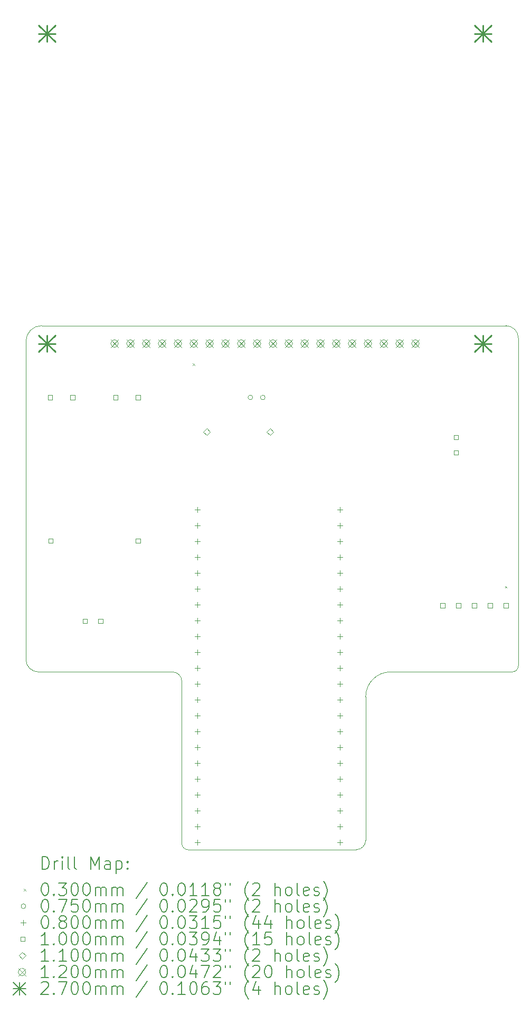
<source format=gbr>
%TF.GenerationSoftware,KiCad,Pcbnew,8.0.8*%
%TF.CreationDate,2025-02-11T14:36:56+01:00*%
%TF.ProjectId,dmp,646d702e-6b69-4636-9164-5f7063625858,rev?*%
%TF.SameCoordinates,Original*%
%TF.FileFunction,Drillmap*%
%TF.FilePolarity,Positive*%
%FSLAX45Y45*%
G04 Gerber Fmt 4.5, Leading zero omitted, Abs format (unit mm)*
G04 Created by KiCad (PCBNEW 8.0.8) date 2025-02-11 14:36:56*
%MOMM*%
%LPD*%
G01*
G04 APERTURE LIST*
%ADD10C,0.050000*%
%ADD11C,0.200000*%
%ADD12C,0.100000*%
%ADD13C,0.110000*%
%ADD14C,0.120000*%
%ADD15C,0.270000*%
G04 APERTURE END LIST*
D10*
X16550000Y-7000000D02*
G75*
G02*
X16750000Y-7200000I0J-200000D01*
G01*
X9050000Y-12550000D02*
G75*
G02*
X8850000Y-12350000I0J200000D01*
G01*
X11450000Y-15400000D02*
X14150000Y-15400000D01*
X11200000Y-12550000D02*
G75*
G02*
X11350000Y-12700000I0J-150000D01*
G01*
X11350000Y-12700000D02*
X11350000Y-15300000D01*
X16750000Y-12450000D02*
G75*
G02*
X16650000Y-12550000I-100000J0D01*
G01*
X14300000Y-12950000D02*
G75*
G02*
X14700000Y-12550000I400000J0D01*
G01*
X16550000Y-7000000D02*
X9100000Y-7000000D01*
X16650000Y-12550000D02*
X14700000Y-12550000D01*
X8850000Y-7250000D02*
G75*
G02*
X9100000Y-7000000I250000J0D01*
G01*
X11450000Y-15400000D02*
G75*
G02*
X11350000Y-15300000I0J100000D01*
G01*
X16750000Y-12450000D02*
X16750000Y-7200000D01*
X9050000Y-12550000D02*
X11200000Y-12550000D01*
X14300000Y-15250000D02*
X14300000Y-12950000D01*
X8850000Y-7250000D02*
X8850000Y-12350000D01*
X14300000Y-15250000D02*
G75*
G02*
X14150000Y-15400000I-150000J0D01*
G01*
D11*
D12*
X11525000Y-7605000D02*
X11555000Y-7635000D01*
X11555000Y-7605000D02*
X11525000Y-7635000D01*
X16535000Y-11175000D02*
X16565000Y-11205000D01*
X16565000Y-11175000D02*
X16535000Y-11205000D01*
X12487500Y-8150000D02*
G75*
G02*
X12412500Y-8150000I-37500J0D01*
G01*
X12412500Y-8150000D02*
G75*
G02*
X12487500Y-8150000I37500J0D01*
G01*
X12687500Y-8150000D02*
G75*
G02*
X12612500Y-8150000I-37500J0D01*
G01*
X12612500Y-8150000D02*
G75*
G02*
X12687500Y-8150000I37500J0D01*
G01*
X11600000Y-9910000D02*
X11600000Y-9990000D01*
X11560000Y-9950000D02*
X11640000Y-9950000D01*
X11600000Y-10164000D02*
X11600000Y-10244000D01*
X11560000Y-10204000D02*
X11640000Y-10204000D01*
X11600000Y-10418000D02*
X11600000Y-10498000D01*
X11560000Y-10458000D02*
X11640000Y-10458000D01*
X11600000Y-10672000D02*
X11600000Y-10752000D01*
X11560000Y-10712000D02*
X11640000Y-10712000D01*
X11600000Y-10926000D02*
X11600000Y-11006000D01*
X11560000Y-10966000D02*
X11640000Y-10966000D01*
X11600000Y-11180000D02*
X11600000Y-11260000D01*
X11560000Y-11220000D02*
X11640000Y-11220000D01*
X11600000Y-11434000D02*
X11600000Y-11514000D01*
X11560000Y-11474000D02*
X11640000Y-11474000D01*
X11600000Y-11688000D02*
X11600000Y-11768000D01*
X11560000Y-11728000D02*
X11640000Y-11728000D01*
X11600000Y-11942000D02*
X11600000Y-12022000D01*
X11560000Y-11982000D02*
X11640000Y-11982000D01*
X11600000Y-12196000D02*
X11600000Y-12276000D01*
X11560000Y-12236000D02*
X11640000Y-12236000D01*
X11600000Y-12450000D02*
X11600000Y-12530000D01*
X11560000Y-12490000D02*
X11640000Y-12490000D01*
X11600000Y-12704000D02*
X11600000Y-12784000D01*
X11560000Y-12744000D02*
X11640000Y-12744000D01*
X11600000Y-12958000D02*
X11600000Y-13038000D01*
X11560000Y-12998000D02*
X11640000Y-12998000D01*
X11600000Y-13212000D02*
X11600000Y-13292000D01*
X11560000Y-13252000D02*
X11640000Y-13252000D01*
X11600000Y-13466000D02*
X11600000Y-13546000D01*
X11560000Y-13506000D02*
X11640000Y-13506000D01*
X11600000Y-13720000D02*
X11600000Y-13800000D01*
X11560000Y-13760000D02*
X11640000Y-13760000D01*
X11600000Y-13974000D02*
X11600000Y-14054000D01*
X11560000Y-14014000D02*
X11640000Y-14014000D01*
X11600000Y-14228000D02*
X11600000Y-14308000D01*
X11560000Y-14268000D02*
X11640000Y-14268000D01*
X11600000Y-14482000D02*
X11600000Y-14562000D01*
X11560000Y-14522000D02*
X11640000Y-14522000D01*
X11600000Y-14736000D02*
X11600000Y-14816000D01*
X11560000Y-14776000D02*
X11640000Y-14776000D01*
X11600000Y-14990000D02*
X11600000Y-15070000D01*
X11560000Y-15030000D02*
X11640000Y-15030000D01*
X11600000Y-15244000D02*
X11600000Y-15324000D01*
X11560000Y-15284000D02*
X11640000Y-15284000D01*
X13886000Y-10672000D02*
X13886000Y-10752000D01*
X13846000Y-10712000D02*
X13926000Y-10712000D01*
X13886000Y-10926000D02*
X13886000Y-11006000D01*
X13846000Y-10966000D02*
X13926000Y-10966000D01*
X13886000Y-11180000D02*
X13886000Y-11260000D01*
X13846000Y-11220000D02*
X13926000Y-11220000D01*
X13886000Y-11434000D02*
X13886000Y-11514000D01*
X13846000Y-11474000D02*
X13926000Y-11474000D01*
X13886000Y-11688000D02*
X13886000Y-11768000D01*
X13846000Y-11728000D02*
X13926000Y-11728000D01*
X13886000Y-11942000D02*
X13886000Y-12022000D01*
X13846000Y-11982000D02*
X13926000Y-11982000D01*
X13886000Y-12196000D02*
X13886000Y-12276000D01*
X13846000Y-12236000D02*
X13926000Y-12236000D01*
X13886000Y-12450000D02*
X13886000Y-12530000D01*
X13846000Y-12490000D02*
X13926000Y-12490000D01*
X13886000Y-12704000D02*
X13886000Y-12784000D01*
X13846000Y-12744000D02*
X13926000Y-12744000D01*
X13886000Y-12958000D02*
X13886000Y-13038000D01*
X13846000Y-12998000D02*
X13926000Y-12998000D01*
X13886000Y-13212000D02*
X13886000Y-13292000D01*
X13846000Y-13252000D02*
X13926000Y-13252000D01*
X13886000Y-13466000D02*
X13886000Y-13546000D01*
X13846000Y-13506000D02*
X13926000Y-13506000D01*
X13886000Y-13720000D02*
X13886000Y-13800000D01*
X13846000Y-13760000D02*
X13926000Y-13760000D01*
X13886000Y-13974000D02*
X13886000Y-14054000D01*
X13846000Y-14014000D02*
X13926000Y-14014000D01*
X13886000Y-14228000D02*
X13886000Y-14308000D01*
X13846000Y-14268000D02*
X13926000Y-14268000D01*
X13886000Y-14482000D02*
X13886000Y-14562000D01*
X13846000Y-14522000D02*
X13926000Y-14522000D01*
X13886000Y-14736000D02*
X13886000Y-14816000D01*
X13846000Y-14776000D02*
X13926000Y-14776000D01*
X13886000Y-14990000D02*
X13886000Y-15070000D01*
X13846000Y-15030000D02*
X13926000Y-15030000D01*
X13886000Y-15244000D02*
X13886000Y-15324000D01*
X13846000Y-15284000D02*
X13926000Y-15284000D01*
X13886368Y-9910272D02*
X13886368Y-9990272D01*
X13846368Y-9950272D02*
X13926368Y-9950272D01*
X13886368Y-10164272D02*
X13886368Y-10244272D01*
X13846368Y-10204272D02*
X13926368Y-10204272D01*
X13886368Y-10418272D02*
X13886368Y-10498272D01*
X13846368Y-10458272D02*
X13926368Y-10458272D01*
X9275356Y-8185356D02*
X9275356Y-8114644D01*
X9204644Y-8114644D01*
X9204644Y-8185356D01*
X9275356Y-8185356D01*
X9285356Y-10485356D02*
X9285356Y-10414644D01*
X9214644Y-10414644D01*
X9214644Y-10485356D01*
X9285356Y-10485356D01*
X9635356Y-8185356D02*
X9635356Y-8114644D01*
X9564644Y-8114644D01*
X9564644Y-8185356D01*
X9635356Y-8185356D01*
X9833356Y-11771356D02*
X9833356Y-11700644D01*
X9762644Y-11700644D01*
X9762644Y-11771356D01*
X9833356Y-11771356D01*
X10083356Y-11771356D02*
X10083356Y-11700644D01*
X10012644Y-11700644D01*
X10012644Y-11771356D01*
X10083356Y-11771356D01*
X10325356Y-8185356D02*
X10325356Y-8114644D01*
X10254644Y-8114644D01*
X10254644Y-8185356D01*
X10325356Y-8185356D01*
X10685356Y-8185356D02*
X10685356Y-8114644D01*
X10614644Y-8114644D01*
X10614644Y-8185356D01*
X10685356Y-8185356D01*
X10685356Y-10485356D02*
X10685356Y-10414644D01*
X10614644Y-10414644D01*
X10614644Y-10485356D01*
X10685356Y-10485356D01*
X15569356Y-11521356D02*
X15569356Y-11450644D01*
X15498644Y-11450644D01*
X15498644Y-11521356D01*
X15569356Y-11521356D01*
X15783356Y-8821356D02*
X15783356Y-8750644D01*
X15712644Y-8750644D01*
X15712644Y-8821356D01*
X15783356Y-8821356D01*
X15783356Y-9071356D02*
X15783356Y-9000644D01*
X15712644Y-9000644D01*
X15712644Y-9071356D01*
X15783356Y-9071356D01*
X15823356Y-11521356D02*
X15823356Y-11450644D01*
X15752644Y-11450644D01*
X15752644Y-11521356D01*
X15823356Y-11521356D01*
X16077356Y-11521356D02*
X16077356Y-11450644D01*
X16006644Y-11450644D01*
X16006644Y-11521356D01*
X16077356Y-11521356D01*
X16331356Y-11521356D02*
X16331356Y-11450644D01*
X16260644Y-11450644D01*
X16260644Y-11521356D01*
X16331356Y-11521356D01*
X16585356Y-11521356D02*
X16585356Y-11450644D01*
X16514644Y-11450644D01*
X16514644Y-11521356D01*
X16585356Y-11521356D01*
D13*
X11750000Y-8755000D02*
X11805000Y-8700000D01*
X11750000Y-8645000D01*
X11695000Y-8700000D01*
X11750000Y-8755000D01*
X12766000Y-8755000D02*
X12821000Y-8700000D01*
X12766000Y-8645000D01*
X12711000Y-8700000D01*
X12766000Y-8755000D01*
D14*
X10212000Y-7226000D02*
X10332000Y-7346000D01*
X10332000Y-7226000D02*
X10212000Y-7346000D01*
X10332000Y-7286000D02*
G75*
G02*
X10212000Y-7286000I-60000J0D01*
G01*
X10212000Y-7286000D02*
G75*
G02*
X10332000Y-7286000I60000J0D01*
G01*
X10466000Y-7226000D02*
X10586000Y-7346000D01*
X10586000Y-7226000D02*
X10466000Y-7346000D01*
X10586000Y-7286000D02*
G75*
G02*
X10466000Y-7286000I-60000J0D01*
G01*
X10466000Y-7286000D02*
G75*
G02*
X10586000Y-7286000I60000J0D01*
G01*
X10720000Y-7226000D02*
X10840000Y-7346000D01*
X10840000Y-7226000D02*
X10720000Y-7346000D01*
X10840000Y-7286000D02*
G75*
G02*
X10720000Y-7286000I-60000J0D01*
G01*
X10720000Y-7286000D02*
G75*
G02*
X10840000Y-7286000I60000J0D01*
G01*
X10974000Y-7226000D02*
X11094000Y-7346000D01*
X11094000Y-7226000D02*
X10974000Y-7346000D01*
X11094000Y-7286000D02*
G75*
G02*
X10974000Y-7286000I-60000J0D01*
G01*
X10974000Y-7286000D02*
G75*
G02*
X11094000Y-7286000I60000J0D01*
G01*
X11228000Y-7226000D02*
X11348000Y-7346000D01*
X11348000Y-7226000D02*
X11228000Y-7346000D01*
X11348000Y-7286000D02*
G75*
G02*
X11228000Y-7286000I-60000J0D01*
G01*
X11228000Y-7286000D02*
G75*
G02*
X11348000Y-7286000I60000J0D01*
G01*
X11482000Y-7226000D02*
X11602000Y-7346000D01*
X11602000Y-7226000D02*
X11482000Y-7346000D01*
X11602000Y-7286000D02*
G75*
G02*
X11482000Y-7286000I-60000J0D01*
G01*
X11482000Y-7286000D02*
G75*
G02*
X11602000Y-7286000I60000J0D01*
G01*
X11736000Y-7226000D02*
X11856000Y-7346000D01*
X11856000Y-7226000D02*
X11736000Y-7346000D01*
X11856000Y-7286000D02*
G75*
G02*
X11736000Y-7286000I-60000J0D01*
G01*
X11736000Y-7286000D02*
G75*
G02*
X11856000Y-7286000I60000J0D01*
G01*
X11990000Y-7226000D02*
X12110000Y-7346000D01*
X12110000Y-7226000D02*
X11990000Y-7346000D01*
X12110000Y-7286000D02*
G75*
G02*
X11990000Y-7286000I-60000J0D01*
G01*
X11990000Y-7286000D02*
G75*
G02*
X12110000Y-7286000I60000J0D01*
G01*
X12244000Y-7226000D02*
X12364000Y-7346000D01*
X12364000Y-7226000D02*
X12244000Y-7346000D01*
X12364000Y-7286000D02*
G75*
G02*
X12244000Y-7286000I-60000J0D01*
G01*
X12244000Y-7286000D02*
G75*
G02*
X12364000Y-7286000I60000J0D01*
G01*
X12498000Y-7226000D02*
X12618000Y-7346000D01*
X12618000Y-7226000D02*
X12498000Y-7346000D01*
X12618000Y-7286000D02*
G75*
G02*
X12498000Y-7286000I-60000J0D01*
G01*
X12498000Y-7286000D02*
G75*
G02*
X12618000Y-7286000I60000J0D01*
G01*
X12752000Y-7226000D02*
X12872000Y-7346000D01*
X12872000Y-7226000D02*
X12752000Y-7346000D01*
X12872000Y-7286000D02*
G75*
G02*
X12752000Y-7286000I-60000J0D01*
G01*
X12752000Y-7286000D02*
G75*
G02*
X12872000Y-7286000I60000J0D01*
G01*
X13006000Y-7226000D02*
X13126000Y-7346000D01*
X13126000Y-7226000D02*
X13006000Y-7346000D01*
X13126000Y-7286000D02*
G75*
G02*
X13006000Y-7286000I-60000J0D01*
G01*
X13006000Y-7286000D02*
G75*
G02*
X13126000Y-7286000I60000J0D01*
G01*
X13260000Y-7226000D02*
X13380000Y-7346000D01*
X13380000Y-7226000D02*
X13260000Y-7346000D01*
X13380000Y-7286000D02*
G75*
G02*
X13260000Y-7286000I-60000J0D01*
G01*
X13260000Y-7286000D02*
G75*
G02*
X13380000Y-7286000I60000J0D01*
G01*
X13514000Y-7226000D02*
X13634000Y-7346000D01*
X13634000Y-7226000D02*
X13514000Y-7346000D01*
X13634000Y-7286000D02*
G75*
G02*
X13514000Y-7286000I-60000J0D01*
G01*
X13514000Y-7286000D02*
G75*
G02*
X13634000Y-7286000I60000J0D01*
G01*
X13768000Y-7226000D02*
X13888000Y-7346000D01*
X13888000Y-7226000D02*
X13768000Y-7346000D01*
X13888000Y-7286000D02*
G75*
G02*
X13768000Y-7286000I-60000J0D01*
G01*
X13768000Y-7286000D02*
G75*
G02*
X13888000Y-7286000I60000J0D01*
G01*
X14022000Y-7226000D02*
X14142000Y-7346000D01*
X14142000Y-7226000D02*
X14022000Y-7346000D01*
X14142000Y-7286000D02*
G75*
G02*
X14022000Y-7286000I-60000J0D01*
G01*
X14022000Y-7286000D02*
G75*
G02*
X14142000Y-7286000I60000J0D01*
G01*
X14276000Y-7226000D02*
X14396000Y-7346000D01*
X14396000Y-7226000D02*
X14276000Y-7346000D01*
X14396000Y-7286000D02*
G75*
G02*
X14276000Y-7286000I-60000J0D01*
G01*
X14276000Y-7286000D02*
G75*
G02*
X14396000Y-7286000I60000J0D01*
G01*
X14530000Y-7226000D02*
X14650000Y-7346000D01*
X14650000Y-7226000D02*
X14530000Y-7346000D01*
X14650000Y-7286000D02*
G75*
G02*
X14530000Y-7286000I-60000J0D01*
G01*
X14530000Y-7286000D02*
G75*
G02*
X14650000Y-7286000I60000J0D01*
G01*
X14784000Y-7226000D02*
X14904000Y-7346000D01*
X14904000Y-7226000D02*
X14784000Y-7346000D01*
X14904000Y-7286000D02*
G75*
G02*
X14784000Y-7286000I-60000J0D01*
G01*
X14784000Y-7286000D02*
G75*
G02*
X14904000Y-7286000I60000J0D01*
G01*
X15038000Y-7226000D02*
X15158000Y-7346000D01*
X15158000Y-7226000D02*
X15038000Y-7346000D01*
X15158000Y-7286000D02*
G75*
G02*
X15038000Y-7286000I-60000J0D01*
G01*
X15038000Y-7286000D02*
G75*
G02*
X15158000Y-7286000I60000J0D01*
G01*
D15*
X9050000Y-2181000D02*
X9320000Y-2451000D01*
X9320000Y-2181000D02*
X9050000Y-2451000D01*
X9185000Y-2181000D02*
X9185000Y-2451000D01*
X9050000Y-2316000D02*
X9320000Y-2316000D01*
X9050000Y-7151000D02*
X9320000Y-7421000D01*
X9320000Y-7151000D02*
X9050000Y-7421000D01*
X9185000Y-7151000D02*
X9185000Y-7421000D01*
X9050000Y-7286000D02*
X9320000Y-7286000D01*
X16050000Y-2181000D02*
X16320000Y-2451000D01*
X16320000Y-2181000D02*
X16050000Y-2451000D01*
X16185000Y-2181000D02*
X16185000Y-2451000D01*
X16050000Y-2316000D02*
X16320000Y-2316000D01*
X16050000Y-7151000D02*
X16320000Y-7421000D01*
X16320000Y-7151000D02*
X16050000Y-7421000D01*
X16185000Y-7151000D02*
X16185000Y-7421000D01*
X16050000Y-7286000D02*
X16320000Y-7286000D01*
D11*
X9108277Y-15713984D02*
X9108277Y-15513984D01*
X9108277Y-15513984D02*
X9155896Y-15513984D01*
X9155896Y-15513984D02*
X9184467Y-15523508D01*
X9184467Y-15523508D02*
X9203515Y-15542555D01*
X9203515Y-15542555D02*
X9213039Y-15561603D01*
X9213039Y-15561603D02*
X9222563Y-15599698D01*
X9222563Y-15599698D02*
X9222563Y-15628269D01*
X9222563Y-15628269D02*
X9213039Y-15666365D01*
X9213039Y-15666365D02*
X9203515Y-15685412D01*
X9203515Y-15685412D02*
X9184467Y-15704460D01*
X9184467Y-15704460D02*
X9155896Y-15713984D01*
X9155896Y-15713984D02*
X9108277Y-15713984D01*
X9308277Y-15713984D02*
X9308277Y-15580650D01*
X9308277Y-15618746D02*
X9317801Y-15599698D01*
X9317801Y-15599698D02*
X9327324Y-15590174D01*
X9327324Y-15590174D02*
X9346372Y-15580650D01*
X9346372Y-15580650D02*
X9365420Y-15580650D01*
X9432086Y-15713984D02*
X9432086Y-15580650D01*
X9432086Y-15513984D02*
X9422563Y-15523508D01*
X9422563Y-15523508D02*
X9432086Y-15533031D01*
X9432086Y-15533031D02*
X9441610Y-15523508D01*
X9441610Y-15523508D02*
X9432086Y-15513984D01*
X9432086Y-15513984D02*
X9432086Y-15533031D01*
X9555896Y-15713984D02*
X9536848Y-15704460D01*
X9536848Y-15704460D02*
X9527324Y-15685412D01*
X9527324Y-15685412D02*
X9527324Y-15513984D01*
X9660658Y-15713984D02*
X9641610Y-15704460D01*
X9641610Y-15704460D02*
X9632086Y-15685412D01*
X9632086Y-15685412D02*
X9632086Y-15513984D01*
X9889229Y-15713984D02*
X9889229Y-15513984D01*
X9889229Y-15513984D02*
X9955896Y-15656841D01*
X9955896Y-15656841D02*
X10022563Y-15513984D01*
X10022563Y-15513984D02*
X10022563Y-15713984D01*
X10203515Y-15713984D02*
X10203515Y-15609222D01*
X10203515Y-15609222D02*
X10193991Y-15590174D01*
X10193991Y-15590174D02*
X10174944Y-15580650D01*
X10174944Y-15580650D02*
X10136848Y-15580650D01*
X10136848Y-15580650D02*
X10117801Y-15590174D01*
X10203515Y-15704460D02*
X10184467Y-15713984D01*
X10184467Y-15713984D02*
X10136848Y-15713984D01*
X10136848Y-15713984D02*
X10117801Y-15704460D01*
X10117801Y-15704460D02*
X10108277Y-15685412D01*
X10108277Y-15685412D02*
X10108277Y-15666365D01*
X10108277Y-15666365D02*
X10117801Y-15647317D01*
X10117801Y-15647317D02*
X10136848Y-15637793D01*
X10136848Y-15637793D02*
X10184467Y-15637793D01*
X10184467Y-15637793D02*
X10203515Y-15628269D01*
X10298753Y-15580650D02*
X10298753Y-15780650D01*
X10298753Y-15590174D02*
X10317801Y-15580650D01*
X10317801Y-15580650D02*
X10355896Y-15580650D01*
X10355896Y-15580650D02*
X10374944Y-15590174D01*
X10374944Y-15590174D02*
X10384467Y-15599698D01*
X10384467Y-15599698D02*
X10393991Y-15618746D01*
X10393991Y-15618746D02*
X10393991Y-15675888D01*
X10393991Y-15675888D02*
X10384467Y-15694936D01*
X10384467Y-15694936D02*
X10374944Y-15704460D01*
X10374944Y-15704460D02*
X10355896Y-15713984D01*
X10355896Y-15713984D02*
X10317801Y-15713984D01*
X10317801Y-15713984D02*
X10298753Y-15704460D01*
X10479705Y-15694936D02*
X10489229Y-15704460D01*
X10489229Y-15704460D02*
X10479705Y-15713984D01*
X10479705Y-15713984D02*
X10470182Y-15704460D01*
X10470182Y-15704460D02*
X10479705Y-15694936D01*
X10479705Y-15694936D02*
X10479705Y-15713984D01*
X10479705Y-15590174D02*
X10489229Y-15599698D01*
X10489229Y-15599698D02*
X10479705Y-15609222D01*
X10479705Y-15609222D02*
X10470182Y-15599698D01*
X10470182Y-15599698D02*
X10479705Y-15590174D01*
X10479705Y-15590174D02*
X10479705Y-15609222D01*
D12*
X8817500Y-16027500D02*
X8847500Y-16057500D01*
X8847500Y-16027500D02*
X8817500Y-16057500D01*
D11*
X9146372Y-15933984D02*
X9165420Y-15933984D01*
X9165420Y-15933984D02*
X9184467Y-15943508D01*
X9184467Y-15943508D02*
X9193991Y-15953031D01*
X9193991Y-15953031D02*
X9203515Y-15972079D01*
X9203515Y-15972079D02*
X9213039Y-16010174D01*
X9213039Y-16010174D02*
X9213039Y-16057793D01*
X9213039Y-16057793D02*
X9203515Y-16095888D01*
X9203515Y-16095888D02*
X9193991Y-16114936D01*
X9193991Y-16114936D02*
X9184467Y-16124460D01*
X9184467Y-16124460D02*
X9165420Y-16133984D01*
X9165420Y-16133984D02*
X9146372Y-16133984D01*
X9146372Y-16133984D02*
X9127324Y-16124460D01*
X9127324Y-16124460D02*
X9117801Y-16114936D01*
X9117801Y-16114936D02*
X9108277Y-16095888D01*
X9108277Y-16095888D02*
X9098753Y-16057793D01*
X9098753Y-16057793D02*
X9098753Y-16010174D01*
X9098753Y-16010174D02*
X9108277Y-15972079D01*
X9108277Y-15972079D02*
X9117801Y-15953031D01*
X9117801Y-15953031D02*
X9127324Y-15943508D01*
X9127324Y-15943508D02*
X9146372Y-15933984D01*
X9298753Y-16114936D02*
X9308277Y-16124460D01*
X9308277Y-16124460D02*
X9298753Y-16133984D01*
X9298753Y-16133984D02*
X9289229Y-16124460D01*
X9289229Y-16124460D02*
X9298753Y-16114936D01*
X9298753Y-16114936D02*
X9298753Y-16133984D01*
X9374944Y-15933984D02*
X9498753Y-15933984D01*
X9498753Y-15933984D02*
X9432086Y-16010174D01*
X9432086Y-16010174D02*
X9460658Y-16010174D01*
X9460658Y-16010174D02*
X9479705Y-16019698D01*
X9479705Y-16019698D02*
X9489229Y-16029222D01*
X9489229Y-16029222D02*
X9498753Y-16048269D01*
X9498753Y-16048269D02*
X9498753Y-16095888D01*
X9498753Y-16095888D02*
X9489229Y-16114936D01*
X9489229Y-16114936D02*
X9479705Y-16124460D01*
X9479705Y-16124460D02*
X9460658Y-16133984D01*
X9460658Y-16133984D02*
X9403515Y-16133984D01*
X9403515Y-16133984D02*
X9384467Y-16124460D01*
X9384467Y-16124460D02*
X9374944Y-16114936D01*
X9622563Y-15933984D02*
X9641610Y-15933984D01*
X9641610Y-15933984D02*
X9660658Y-15943508D01*
X9660658Y-15943508D02*
X9670182Y-15953031D01*
X9670182Y-15953031D02*
X9679705Y-15972079D01*
X9679705Y-15972079D02*
X9689229Y-16010174D01*
X9689229Y-16010174D02*
X9689229Y-16057793D01*
X9689229Y-16057793D02*
X9679705Y-16095888D01*
X9679705Y-16095888D02*
X9670182Y-16114936D01*
X9670182Y-16114936D02*
X9660658Y-16124460D01*
X9660658Y-16124460D02*
X9641610Y-16133984D01*
X9641610Y-16133984D02*
X9622563Y-16133984D01*
X9622563Y-16133984D02*
X9603515Y-16124460D01*
X9603515Y-16124460D02*
X9593991Y-16114936D01*
X9593991Y-16114936D02*
X9584467Y-16095888D01*
X9584467Y-16095888D02*
X9574944Y-16057793D01*
X9574944Y-16057793D02*
X9574944Y-16010174D01*
X9574944Y-16010174D02*
X9584467Y-15972079D01*
X9584467Y-15972079D02*
X9593991Y-15953031D01*
X9593991Y-15953031D02*
X9603515Y-15943508D01*
X9603515Y-15943508D02*
X9622563Y-15933984D01*
X9813039Y-15933984D02*
X9832086Y-15933984D01*
X9832086Y-15933984D02*
X9851134Y-15943508D01*
X9851134Y-15943508D02*
X9860658Y-15953031D01*
X9860658Y-15953031D02*
X9870182Y-15972079D01*
X9870182Y-15972079D02*
X9879705Y-16010174D01*
X9879705Y-16010174D02*
X9879705Y-16057793D01*
X9879705Y-16057793D02*
X9870182Y-16095888D01*
X9870182Y-16095888D02*
X9860658Y-16114936D01*
X9860658Y-16114936D02*
X9851134Y-16124460D01*
X9851134Y-16124460D02*
X9832086Y-16133984D01*
X9832086Y-16133984D02*
X9813039Y-16133984D01*
X9813039Y-16133984D02*
X9793991Y-16124460D01*
X9793991Y-16124460D02*
X9784467Y-16114936D01*
X9784467Y-16114936D02*
X9774944Y-16095888D01*
X9774944Y-16095888D02*
X9765420Y-16057793D01*
X9765420Y-16057793D02*
X9765420Y-16010174D01*
X9765420Y-16010174D02*
X9774944Y-15972079D01*
X9774944Y-15972079D02*
X9784467Y-15953031D01*
X9784467Y-15953031D02*
X9793991Y-15943508D01*
X9793991Y-15943508D02*
X9813039Y-15933984D01*
X9965420Y-16133984D02*
X9965420Y-16000650D01*
X9965420Y-16019698D02*
X9974944Y-16010174D01*
X9974944Y-16010174D02*
X9993991Y-16000650D01*
X9993991Y-16000650D02*
X10022563Y-16000650D01*
X10022563Y-16000650D02*
X10041610Y-16010174D01*
X10041610Y-16010174D02*
X10051134Y-16029222D01*
X10051134Y-16029222D02*
X10051134Y-16133984D01*
X10051134Y-16029222D02*
X10060658Y-16010174D01*
X10060658Y-16010174D02*
X10079705Y-16000650D01*
X10079705Y-16000650D02*
X10108277Y-16000650D01*
X10108277Y-16000650D02*
X10127325Y-16010174D01*
X10127325Y-16010174D02*
X10136848Y-16029222D01*
X10136848Y-16029222D02*
X10136848Y-16133984D01*
X10232086Y-16133984D02*
X10232086Y-16000650D01*
X10232086Y-16019698D02*
X10241610Y-16010174D01*
X10241610Y-16010174D02*
X10260658Y-16000650D01*
X10260658Y-16000650D02*
X10289229Y-16000650D01*
X10289229Y-16000650D02*
X10308277Y-16010174D01*
X10308277Y-16010174D02*
X10317801Y-16029222D01*
X10317801Y-16029222D02*
X10317801Y-16133984D01*
X10317801Y-16029222D02*
X10327325Y-16010174D01*
X10327325Y-16010174D02*
X10346372Y-16000650D01*
X10346372Y-16000650D02*
X10374944Y-16000650D01*
X10374944Y-16000650D02*
X10393991Y-16010174D01*
X10393991Y-16010174D02*
X10403515Y-16029222D01*
X10403515Y-16029222D02*
X10403515Y-16133984D01*
X10793991Y-15924460D02*
X10622563Y-16181603D01*
X11051134Y-15933984D02*
X11070182Y-15933984D01*
X11070182Y-15933984D02*
X11089229Y-15943508D01*
X11089229Y-15943508D02*
X11098753Y-15953031D01*
X11098753Y-15953031D02*
X11108277Y-15972079D01*
X11108277Y-15972079D02*
X11117801Y-16010174D01*
X11117801Y-16010174D02*
X11117801Y-16057793D01*
X11117801Y-16057793D02*
X11108277Y-16095888D01*
X11108277Y-16095888D02*
X11098753Y-16114936D01*
X11098753Y-16114936D02*
X11089229Y-16124460D01*
X11089229Y-16124460D02*
X11070182Y-16133984D01*
X11070182Y-16133984D02*
X11051134Y-16133984D01*
X11051134Y-16133984D02*
X11032087Y-16124460D01*
X11032087Y-16124460D02*
X11022563Y-16114936D01*
X11022563Y-16114936D02*
X11013039Y-16095888D01*
X11013039Y-16095888D02*
X11003515Y-16057793D01*
X11003515Y-16057793D02*
X11003515Y-16010174D01*
X11003515Y-16010174D02*
X11013039Y-15972079D01*
X11013039Y-15972079D02*
X11022563Y-15953031D01*
X11022563Y-15953031D02*
X11032087Y-15943508D01*
X11032087Y-15943508D02*
X11051134Y-15933984D01*
X11203515Y-16114936D02*
X11213039Y-16124460D01*
X11213039Y-16124460D02*
X11203515Y-16133984D01*
X11203515Y-16133984D02*
X11193991Y-16124460D01*
X11193991Y-16124460D02*
X11203515Y-16114936D01*
X11203515Y-16114936D02*
X11203515Y-16133984D01*
X11336848Y-15933984D02*
X11355896Y-15933984D01*
X11355896Y-15933984D02*
X11374944Y-15943508D01*
X11374944Y-15943508D02*
X11384467Y-15953031D01*
X11384467Y-15953031D02*
X11393991Y-15972079D01*
X11393991Y-15972079D02*
X11403515Y-16010174D01*
X11403515Y-16010174D02*
X11403515Y-16057793D01*
X11403515Y-16057793D02*
X11393991Y-16095888D01*
X11393991Y-16095888D02*
X11384467Y-16114936D01*
X11384467Y-16114936D02*
X11374944Y-16124460D01*
X11374944Y-16124460D02*
X11355896Y-16133984D01*
X11355896Y-16133984D02*
X11336848Y-16133984D01*
X11336848Y-16133984D02*
X11317801Y-16124460D01*
X11317801Y-16124460D02*
X11308277Y-16114936D01*
X11308277Y-16114936D02*
X11298753Y-16095888D01*
X11298753Y-16095888D02*
X11289229Y-16057793D01*
X11289229Y-16057793D02*
X11289229Y-16010174D01*
X11289229Y-16010174D02*
X11298753Y-15972079D01*
X11298753Y-15972079D02*
X11308277Y-15953031D01*
X11308277Y-15953031D02*
X11317801Y-15943508D01*
X11317801Y-15943508D02*
X11336848Y-15933984D01*
X11593991Y-16133984D02*
X11479706Y-16133984D01*
X11536848Y-16133984D02*
X11536848Y-15933984D01*
X11536848Y-15933984D02*
X11517801Y-15962555D01*
X11517801Y-15962555D02*
X11498753Y-15981603D01*
X11498753Y-15981603D02*
X11479706Y-15991127D01*
X11784467Y-16133984D02*
X11670182Y-16133984D01*
X11727325Y-16133984D02*
X11727325Y-15933984D01*
X11727325Y-15933984D02*
X11708277Y-15962555D01*
X11708277Y-15962555D02*
X11689229Y-15981603D01*
X11689229Y-15981603D02*
X11670182Y-15991127D01*
X11898753Y-16019698D02*
X11879706Y-16010174D01*
X11879706Y-16010174D02*
X11870182Y-16000650D01*
X11870182Y-16000650D02*
X11860658Y-15981603D01*
X11860658Y-15981603D02*
X11860658Y-15972079D01*
X11860658Y-15972079D02*
X11870182Y-15953031D01*
X11870182Y-15953031D02*
X11879706Y-15943508D01*
X11879706Y-15943508D02*
X11898753Y-15933984D01*
X11898753Y-15933984D02*
X11936848Y-15933984D01*
X11936848Y-15933984D02*
X11955896Y-15943508D01*
X11955896Y-15943508D02*
X11965420Y-15953031D01*
X11965420Y-15953031D02*
X11974944Y-15972079D01*
X11974944Y-15972079D02*
X11974944Y-15981603D01*
X11974944Y-15981603D02*
X11965420Y-16000650D01*
X11965420Y-16000650D02*
X11955896Y-16010174D01*
X11955896Y-16010174D02*
X11936848Y-16019698D01*
X11936848Y-16019698D02*
X11898753Y-16019698D01*
X11898753Y-16019698D02*
X11879706Y-16029222D01*
X11879706Y-16029222D02*
X11870182Y-16038746D01*
X11870182Y-16038746D02*
X11860658Y-16057793D01*
X11860658Y-16057793D02*
X11860658Y-16095888D01*
X11860658Y-16095888D02*
X11870182Y-16114936D01*
X11870182Y-16114936D02*
X11879706Y-16124460D01*
X11879706Y-16124460D02*
X11898753Y-16133984D01*
X11898753Y-16133984D02*
X11936848Y-16133984D01*
X11936848Y-16133984D02*
X11955896Y-16124460D01*
X11955896Y-16124460D02*
X11965420Y-16114936D01*
X11965420Y-16114936D02*
X11974944Y-16095888D01*
X11974944Y-16095888D02*
X11974944Y-16057793D01*
X11974944Y-16057793D02*
X11965420Y-16038746D01*
X11965420Y-16038746D02*
X11955896Y-16029222D01*
X11955896Y-16029222D02*
X11936848Y-16019698D01*
X12051134Y-15933984D02*
X12051134Y-15972079D01*
X12127325Y-15933984D02*
X12127325Y-15972079D01*
X12422563Y-16210174D02*
X12413039Y-16200650D01*
X12413039Y-16200650D02*
X12393991Y-16172079D01*
X12393991Y-16172079D02*
X12384468Y-16153031D01*
X12384468Y-16153031D02*
X12374944Y-16124460D01*
X12374944Y-16124460D02*
X12365420Y-16076841D01*
X12365420Y-16076841D02*
X12365420Y-16038746D01*
X12365420Y-16038746D02*
X12374944Y-15991127D01*
X12374944Y-15991127D02*
X12384468Y-15962555D01*
X12384468Y-15962555D02*
X12393991Y-15943508D01*
X12393991Y-15943508D02*
X12413039Y-15914936D01*
X12413039Y-15914936D02*
X12422563Y-15905412D01*
X12489229Y-15953031D02*
X12498753Y-15943508D01*
X12498753Y-15943508D02*
X12517801Y-15933984D01*
X12517801Y-15933984D02*
X12565420Y-15933984D01*
X12565420Y-15933984D02*
X12584468Y-15943508D01*
X12584468Y-15943508D02*
X12593991Y-15953031D01*
X12593991Y-15953031D02*
X12603515Y-15972079D01*
X12603515Y-15972079D02*
X12603515Y-15991127D01*
X12603515Y-15991127D02*
X12593991Y-16019698D01*
X12593991Y-16019698D02*
X12479706Y-16133984D01*
X12479706Y-16133984D02*
X12603515Y-16133984D01*
X12841610Y-16133984D02*
X12841610Y-15933984D01*
X12927325Y-16133984D02*
X12927325Y-16029222D01*
X12927325Y-16029222D02*
X12917801Y-16010174D01*
X12917801Y-16010174D02*
X12898753Y-16000650D01*
X12898753Y-16000650D02*
X12870182Y-16000650D01*
X12870182Y-16000650D02*
X12851134Y-16010174D01*
X12851134Y-16010174D02*
X12841610Y-16019698D01*
X13051134Y-16133984D02*
X13032087Y-16124460D01*
X13032087Y-16124460D02*
X13022563Y-16114936D01*
X13022563Y-16114936D02*
X13013039Y-16095888D01*
X13013039Y-16095888D02*
X13013039Y-16038746D01*
X13013039Y-16038746D02*
X13022563Y-16019698D01*
X13022563Y-16019698D02*
X13032087Y-16010174D01*
X13032087Y-16010174D02*
X13051134Y-16000650D01*
X13051134Y-16000650D02*
X13079706Y-16000650D01*
X13079706Y-16000650D02*
X13098753Y-16010174D01*
X13098753Y-16010174D02*
X13108277Y-16019698D01*
X13108277Y-16019698D02*
X13117801Y-16038746D01*
X13117801Y-16038746D02*
X13117801Y-16095888D01*
X13117801Y-16095888D02*
X13108277Y-16114936D01*
X13108277Y-16114936D02*
X13098753Y-16124460D01*
X13098753Y-16124460D02*
X13079706Y-16133984D01*
X13079706Y-16133984D02*
X13051134Y-16133984D01*
X13232087Y-16133984D02*
X13213039Y-16124460D01*
X13213039Y-16124460D02*
X13203515Y-16105412D01*
X13203515Y-16105412D02*
X13203515Y-15933984D01*
X13384468Y-16124460D02*
X13365420Y-16133984D01*
X13365420Y-16133984D02*
X13327325Y-16133984D01*
X13327325Y-16133984D02*
X13308277Y-16124460D01*
X13308277Y-16124460D02*
X13298753Y-16105412D01*
X13298753Y-16105412D02*
X13298753Y-16029222D01*
X13298753Y-16029222D02*
X13308277Y-16010174D01*
X13308277Y-16010174D02*
X13327325Y-16000650D01*
X13327325Y-16000650D02*
X13365420Y-16000650D01*
X13365420Y-16000650D02*
X13384468Y-16010174D01*
X13384468Y-16010174D02*
X13393991Y-16029222D01*
X13393991Y-16029222D02*
X13393991Y-16048269D01*
X13393991Y-16048269D02*
X13298753Y-16067317D01*
X13470182Y-16124460D02*
X13489230Y-16133984D01*
X13489230Y-16133984D02*
X13527325Y-16133984D01*
X13527325Y-16133984D02*
X13546372Y-16124460D01*
X13546372Y-16124460D02*
X13555896Y-16105412D01*
X13555896Y-16105412D02*
X13555896Y-16095888D01*
X13555896Y-16095888D02*
X13546372Y-16076841D01*
X13546372Y-16076841D02*
X13527325Y-16067317D01*
X13527325Y-16067317D02*
X13498753Y-16067317D01*
X13498753Y-16067317D02*
X13479706Y-16057793D01*
X13479706Y-16057793D02*
X13470182Y-16038746D01*
X13470182Y-16038746D02*
X13470182Y-16029222D01*
X13470182Y-16029222D02*
X13479706Y-16010174D01*
X13479706Y-16010174D02*
X13498753Y-16000650D01*
X13498753Y-16000650D02*
X13527325Y-16000650D01*
X13527325Y-16000650D02*
X13546372Y-16010174D01*
X13622563Y-16210174D02*
X13632087Y-16200650D01*
X13632087Y-16200650D02*
X13651134Y-16172079D01*
X13651134Y-16172079D02*
X13660658Y-16153031D01*
X13660658Y-16153031D02*
X13670182Y-16124460D01*
X13670182Y-16124460D02*
X13679706Y-16076841D01*
X13679706Y-16076841D02*
X13679706Y-16038746D01*
X13679706Y-16038746D02*
X13670182Y-15991127D01*
X13670182Y-15991127D02*
X13660658Y-15962555D01*
X13660658Y-15962555D02*
X13651134Y-15943508D01*
X13651134Y-15943508D02*
X13632087Y-15914936D01*
X13632087Y-15914936D02*
X13622563Y-15905412D01*
D12*
X8847500Y-16306500D02*
G75*
G02*
X8772500Y-16306500I-37500J0D01*
G01*
X8772500Y-16306500D02*
G75*
G02*
X8847500Y-16306500I37500J0D01*
G01*
D11*
X9146372Y-16197984D02*
X9165420Y-16197984D01*
X9165420Y-16197984D02*
X9184467Y-16207508D01*
X9184467Y-16207508D02*
X9193991Y-16217031D01*
X9193991Y-16217031D02*
X9203515Y-16236079D01*
X9203515Y-16236079D02*
X9213039Y-16274174D01*
X9213039Y-16274174D02*
X9213039Y-16321793D01*
X9213039Y-16321793D02*
X9203515Y-16359888D01*
X9203515Y-16359888D02*
X9193991Y-16378936D01*
X9193991Y-16378936D02*
X9184467Y-16388460D01*
X9184467Y-16388460D02*
X9165420Y-16397984D01*
X9165420Y-16397984D02*
X9146372Y-16397984D01*
X9146372Y-16397984D02*
X9127324Y-16388460D01*
X9127324Y-16388460D02*
X9117801Y-16378936D01*
X9117801Y-16378936D02*
X9108277Y-16359888D01*
X9108277Y-16359888D02*
X9098753Y-16321793D01*
X9098753Y-16321793D02*
X9098753Y-16274174D01*
X9098753Y-16274174D02*
X9108277Y-16236079D01*
X9108277Y-16236079D02*
X9117801Y-16217031D01*
X9117801Y-16217031D02*
X9127324Y-16207508D01*
X9127324Y-16207508D02*
X9146372Y-16197984D01*
X9298753Y-16378936D02*
X9308277Y-16388460D01*
X9308277Y-16388460D02*
X9298753Y-16397984D01*
X9298753Y-16397984D02*
X9289229Y-16388460D01*
X9289229Y-16388460D02*
X9298753Y-16378936D01*
X9298753Y-16378936D02*
X9298753Y-16397984D01*
X9374944Y-16197984D02*
X9508277Y-16197984D01*
X9508277Y-16197984D02*
X9422563Y-16397984D01*
X9679705Y-16197984D02*
X9584467Y-16197984D01*
X9584467Y-16197984D02*
X9574944Y-16293222D01*
X9574944Y-16293222D02*
X9584467Y-16283698D01*
X9584467Y-16283698D02*
X9603515Y-16274174D01*
X9603515Y-16274174D02*
X9651134Y-16274174D01*
X9651134Y-16274174D02*
X9670182Y-16283698D01*
X9670182Y-16283698D02*
X9679705Y-16293222D01*
X9679705Y-16293222D02*
X9689229Y-16312269D01*
X9689229Y-16312269D02*
X9689229Y-16359888D01*
X9689229Y-16359888D02*
X9679705Y-16378936D01*
X9679705Y-16378936D02*
X9670182Y-16388460D01*
X9670182Y-16388460D02*
X9651134Y-16397984D01*
X9651134Y-16397984D02*
X9603515Y-16397984D01*
X9603515Y-16397984D02*
X9584467Y-16388460D01*
X9584467Y-16388460D02*
X9574944Y-16378936D01*
X9813039Y-16197984D02*
X9832086Y-16197984D01*
X9832086Y-16197984D02*
X9851134Y-16207508D01*
X9851134Y-16207508D02*
X9860658Y-16217031D01*
X9860658Y-16217031D02*
X9870182Y-16236079D01*
X9870182Y-16236079D02*
X9879705Y-16274174D01*
X9879705Y-16274174D02*
X9879705Y-16321793D01*
X9879705Y-16321793D02*
X9870182Y-16359888D01*
X9870182Y-16359888D02*
X9860658Y-16378936D01*
X9860658Y-16378936D02*
X9851134Y-16388460D01*
X9851134Y-16388460D02*
X9832086Y-16397984D01*
X9832086Y-16397984D02*
X9813039Y-16397984D01*
X9813039Y-16397984D02*
X9793991Y-16388460D01*
X9793991Y-16388460D02*
X9784467Y-16378936D01*
X9784467Y-16378936D02*
X9774944Y-16359888D01*
X9774944Y-16359888D02*
X9765420Y-16321793D01*
X9765420Y-16321793D02*
X9765420Y-16274174D01*
X9765420Y-16274174D02*
X9774944Y-16236079D01*
X9774944Y-16236079D02*
X9784467Y-16217031D01*
X9784467Y-16217031D02*
X9793991Y-16207508D01*
X9793991Y-16207508D02*
X9813039Y-16197984D01*
X9965420Y-16397984D02*
X9965420Y-16264650D01*
X9965420Y-16283698D02*
X9974944Y-16274174D01*
X9974944Y-16274174D02*
X9993991Y-16264650D01*
X9993991Y-16264650D02*
X10022563Y-16264650D01*
X10022563Y-16264650D02*
X10041610Y-16274174D01*
X10041610Y-16274174D02*
X10051134Y-16293222D01*
X10051134Y-16293222D02*
X10051134Y-16397984D01*
X10051134Y-16293222D02*
X10060658Y-16274174D01*
X10060658Y-16274174D02*
X10079705Y-16264650D01*
X10079705Y-16264650D02*
X10108277Y-16264650D01*
X10108277Y-16264650D02*
X10127325Y-16274174D01*
X10127325Y-16274174D02*
X10136848Y-16293222D01*
X10136848Y-16293222D02*
X10136848Y-16397984D01*
X10232086Y-16397984D02*
X10232086Y-16264650D01*
X10232086Y-16283698D02*
X10241610Y-16274174D01*
X10241610Y-16274174D02*
X10260658Y-16264650D01*
X10260658Y-16264650D02*
X10289229Y-16264650D01*
X10289229Y-16264650D02*
X10308277Y-16274174D01*
X10308277Y-16274174D02*
X10317801Y-16293222D01*
X10317801Y-16293222D02*
X10317801Y-16397984D01*
X10317801Y-16293222D02*
X10327325Y-16274174D01*
X10327325Y-16274174D02*
X10346372Y-16264650D01*
X10346372Y-16264650D02*
X10374944Y-16264650D01*
X10374944Y-16264650D02*
X10393991Y-16274174D01*
X10393991Y-16274174D02*
X10403515Y-16293222D01*
X10403515Y-16293222D02*
X10403515Y-16397984D01*
X10793991Y-16188460D02*
X10622563Y-16445603D01*
X11051134Y-16197984D02*
X11070182Y-16197984D01*
X11070182Y-16197984D02*
X11089229Y-16207508D01*
X11089229Y-16207508D02*
X11098753Y-16217031D01*
X11098753Y-16217031D02*
X11108277Y-16236079D01*
X11108277Y-16236079D02*
X11117801Y-16274174D01*
X11117801Y-16274174D02*
X11117801Y-16321793D01*
X11117801Y-16321793D02*
X11108277Y-16359888D01*
X11108277Y-16359888D02*
X11098753Y-16378936D01*
X11098753Y-16378936D02*
X11089229Y-16388460D01*
X11089229Y-16388460D02*
X11070182Y-16397984D01*
X11070182Y-16397984D02*
X11051134Y-16397984D01*
X11051134Y-16397984D02*
X11032087Y-16388460D01*
X11032087Y-16388460D02*
X11022563Y-16378936D01*
X11022563Y-16378936D02*
X11013039Y-16359888D01*
X11013039Y-16359888D02*
X11003515Y-16321793D01*
X11003515Y-16321793D02*
X11003515Y-16274174D01*
X11003515Y-16274174D02*
X11013039Y-16236079D01*
X11013039Y-16236079D02*
X11022563Y-16217031D01*
X11022563Y-16217031D02*
X11032087Y-16207508D01*
X11032087Y-16207508D02*
X11051134Y-16197984D01*
X11203515Y-16378936D02*
X11213039Y-16388460D01*
X11213039Y-16388460D02*
X11203515Y-16397984D01*
X11203515Y-16397984D02*
X11193991Y-16388460D01*
X11193991Y-16388460D02*
X11203515Y-16378936D01*
X11203515Y-16378936D02*
X11203515Y-16397984D01*
X11336848Y-16197984D02*
X11355896Y-16197984D01*
X11355896Y-16197984D02*
X11374944Y-16207508D01*
X11374944Y-16207508D02*
X11384467Y-16217031D01*
X11384467Y-16217031D02*
X11393991Y-16236079D01*
X11393991Y-16236079D02*
X11403515Y-16274174D01*
X11403515Y-16274174D02*
X11403515Y-16321793D01*
X11403515Y-16321793D02*
X11393991Y-16359888D01*
X11393991Y-16359888D02*
X11384467Y-16378936D01*
X11384467Y-16378936D02*
X11374944Y-16388460D01*
X11374944Y-16388460D02*
X11355896Y-16397984D01*
X11355896Y-16397984D02*
X11336848Y-16397984D01*
X11336848Y-16397984D02*
X11317801Y-16388460D01*
X11317801Y-16388460D02*
X11308277Y-16378936D01*
X11308277Y-16378936D02*
X11298753Y-16359888D01*
X11298753Y-16359888D02*
X11289229Y-16321793D01*
X11289229Y-16321793D02*
X11289229Y-16274174D01*
X11289229Y-16274174D02*
X11298753Y-16236079D01*
X11298753Y-16236079D02*
X11308277Y-16217031D01*
X11308277Y-16217031D02*
X11317801Y-16207508D01*
X11317801Y-16207508D02*
X11336848Y-16197984D01*
X11479706Y-16217031D02*
X11489229Y-16207508D01*
X11489229Y-16207508D02*
X11508277Y-16197984D01*
X11508277Y-16197984D02*
X11555896Y-16197984D01*
X11555896Y-16197984D02*
X11574944Y-16207508D01*
X11574944Y-16207508D02*
X11584467Y-16217031D01*
X11584467Y-16217031D02*
X11593991Y-16236079D01*
X11593991Y-16236079D02*
X11593991Y-16255127D01*
X11593991Y-16255127D02*
X11584467Y-16283698D01*
X11584467Y-16283698D02*
X11470182Y-16397984D01*
X11470182Y-16397984D02*
X11593991Y-16397984D01*
X11689229Y-16397984D02*
X11727325Y-16397984D01*
X11727325Y-16397984D02*
X11746372Y-16388460D01*
X11746372Y-16388460D02*
X11755896Y-16378936D01*
X11755896Y-16378936D02*
X11774944Y-16350365D01*
X11774944Y-16350365D02*
X11784467Y-16312269D01*
X11784467Y-16312269D02*
X11784467Y-16236079D01*
X11784467Y-16236079D02*
X11774944Y-16217031D01*
X11774944Y-16217031D02*
X11765420Y-16207508D01*
X11765420Y-16207508D02*
X11746372Y-16197984D01*
X11746372Y-16197984D02*
X11708277Y-16197984D01*
X11708277Y-16197984D02*
X11689229Y-16207508D01*
X11689229Y-16207508D02*
X11679706Y-16217031D01*
X11679706Y-16217031D02*
X11670182Y-16236079D01*
X11670182Y-16236079D02*
X11670182Y-16283698D01*
X11670182Y-16283698D02*
X11679706Y-16302746D01*
X11679706Y-16302746D02*
X11689229Y-16312269D01*
X11689229Y-16312269D02*
X11708277Y-16321793D01*
X11708277Y-16321793D02*
X11746372Y-16321793D01*
X11746372Y-16321793D02*
X11765420Y-16312269D01*
X11765420Y-16312269D02*
X11774944Y-16302746D01*
X11774944Y-16302746D02*
X11784467Y-16283698D01*
X11965420Y-16197984D02*
X11870182Y-16197984D01*
X11870182Y-16197984D02*
X11860658Y-16293222D01*
X11860658Y-16293222D02*
X11870182Y-16283698D01*
X11870182Y-16283698D02*
X11889229Y-16274174D01*
X11889229Y-16274174D02*
X11936848Y-16274174D01*
X11936848Y-16274174D02*
X11955896Y-16283698D01*
X11955896Y-16283698D02*
X11965420Y-16293222D01*
X11965420Y-16293222D02*
X11974944Y-16312269D01*
X11974944Y-16312269D02*
X11974944Y-16359888D01*
X11974944Y-16359888D02*
X11965420Y-16378936D01*
X11965420Y-16378936D02*
X11955896Y-16388460D01*
X11955896Y-16388460D02*
X11936848Y-16397984D01*
X11936848Y-16397984D02*
X11889229Y-16397984D01*
X11889229Y-16397984D02*
X11870182Y-16388460D01*
X11870182Y-16388460D02*
X11860658Y-16378936D01*
X12051134Y-16197984D02*
X12051134Y-16236079D01*
X12127325Y-16197984D02*
X12127325Y-16236079D01*
X12422563Y-16474174D02*
X12413039Y-16464650D01*
X12413039Y-16464650D02*
X12393991Y-16436079D01*
X12393991Y-16436079D02*
X12384468Y-16417031D01*
X12384468Y-16417031D02*
X12374944Y-16388460D01*
X12374944Y-16388460D02*
X12365420Y-16340841D01*
X12365420Y-16340841D02*
X12365420Y-16302746D01*
X12365420Y-16302746D02*
X12374944Y-16255127D01*
X12374944Y-16255127D02*
X12384468Y-16226555D01*
X12384468Y-16226555D02*
X12393991Y-16207508D01*
X12393991Y-16207508D02*
X12413039Y-16178936D01*
X12413039Y-16178936D02*
X12422563Y-16169412D01*
X12489229Y-16217031D02*
X12498753Y-16207508D01*
X12498753Y-16207508D02*
X12517801Y-16197984D01*
X12517801Y-16197984D02*
X12565420Y-16197984D01*
X12565420Y-16197984D02*
X12584468Y-16207508D01*
X12584468Y-16207508D02*
X12593991Y-16217031D01*
X12593991Y-16217031D02*
X12603515Y-16236079D01*
X12603515Y-16236079D02*
X12603515Y-16255127D01*
X12603515Y-16255127D02*
X12593991Y-16283698D01*
X12593991Y-16283698D02*
X12479706Y-16397984D01*
X12479706Y-16397984D02*
X12603515Y-16397984D01*
X12841610Y-16397984D02*
X12841610Y-16197984D01*
X12927325Y-16397984D02*
X12927325Y-16293222D01*
X12927325Y-16293222D02*
X12917801Y-16274174D01*
X12917801Y-16274174D02*
X12898753Y-16264650D01*
X12898753Y-16264650D02*
X12870182Y-16264650D01*
X12870182Y-16264650D02*
X12851134Y-16274174D01*
X12851134Y-16274174D02*
X12841610Y-16283698D01*
X13051134Y-16397984D02*
X13032087Y-16388460D01*
X13032087Y-16388460D02*
X13022563Y-16378936D01*
X13022563Y-16378936D02*
X13013039Y-16359888D01*
X13013039Y-16359888D02*
X13013039Y-16302746D01*
X13013039Y-16302746D02*
X13022563Y-16283698D01*
X13022563Y-16283698D02*
X13032087Y-16274174D01*
X13032087Y-16274174D02*
X13051134Y-16264650D01*
X13051134Y-16264650D02*
X13079706Y-16264650D01*
X13079706Y-16264650D02*
X13098753Y-16274174D01*
X13098753Y-16274174D02*
X13108277Y-16283698D01*
X13108277Y-16283698D02*
X13117801Y-16302746D01*
X13117801Y-16302746D02*
X13117801Y-16359888D01*
X13117801Y-16359888D02*
X13108277Y-16378936D01*
X13108277Y-16378936D02*
X13098753Y-16388460D01*
X13098753Y-16388460D02*
X13079706Y-16397984D01*
X13079706Y-16397984D02*
X13051134Y-16397984D01*
X13232087Y-16397984D02*
X13213039Y-16388460D01*
X13213039Y-16388460D02*
X13203515Y-16369412D01*
X13203515Y-16369412D02*
X13203515Y-16197984D01*
X13384468Y-16388460D02*
X13365420Y-16397984D01*
X13365420Y-16397984D02*
X13327325Y-16397984D01*
X13327325Y-16397984D02*
X13308277Y-16388460D01*
X13308277Y-16388460D02*
X13298753Y-16369412D01*
X13298753Y-16369412D02*
X13298753Y-16293222D01*
X13298753Y-16293222D02*
X13308277Y-16274174D01*
X13308277Y-16274174D02*
X13327325Y-16264650D01*
X13327325Y-16264650D02*
X13365420Y-16264650D01*
X13365420Y-16264650D02*
X13384468Y-16274174D01*
X13384468Y-16274174D02*
X13393991Y-16293222D01*
X13393991Y-16293222D02*
X13393991Y-16312269D01*
X13393991Y-16312269D02*
X13298753Y-16331317D01*
X13470182Y-16388460D02*
X13489230Y-16397984D01*
X13489230Y-16397984D02*
X13527325Y-16397984D01*
X13527325Y-16397984D02*
X13546372Y-16388460D01*
X13546372Y-16388460D02*
X13555896Y-16369412D01*
X13555896Y-16369412D02*
X13555896Y-16359888D01*
X13555896Y-16359888D02*
X13546372Y-16340841D01*
X13546372Y-16340841D02*
X13527325Y-16331317D01*
X13527325Y-16331317D02*
X13498753Y-16331317D01*
X13498753Y-16331317D02*
X13479706Y-16321793D01*
X13479706Y-16321793D02*
X13470182Y-16302746D01*
X13470182Y-16302746D02*
X13470182Y-16293222D01*
X13470182Y-16293222D02*
X13479706Y-16274174D01*
X13479706Y-16274174D02*
X13498753Y-16264650D01*
X13498753Y-16264650D02*
X13527325Y-16264650D01*
X13527325Y-16264650D02*
X13546372Y-16274174D01*
X13622563Y-16474174D02*
X13632087Y-16464650D01*
X13632087Y-16464650D02*
X13651134Y-16436079D01*
X13651134Y-16436079D02*
X13660658Y-16417031D01*
X13660658Y-16417031D02*
X13670182Y-16388460D01*
X13670182Y-16388460D02*
X13679706Y-16340841D01*
X13679706Y-16340841D02*
X13679706Y-16302746D01*
X13679706Y-16302746D02*
X13670182Y-16255127D01*
X13670182Y-16255127D02*
X13660658Y-16226555D01*
X13660658Y-16226555D02*
X13651134Y-16207508D01*
X13651134Y-16207508D02*
X13632087Y-16178936D01*
X13632087Y-16178936D02*
X13622563Y-16169412D01*
D12*
X8807500Y-16530500D02*
X8807500Y-16610500D01*
X8767500Y-16570500D02*
X8847500Y-16570500D01*
D11*
X9146372Y-16461984D02*
X9165420Y-16461984D01*
X9165420Y-16461984D02*
X9184467Y-16471508D01*
X9184467Y-16471508D02*
X9193991Y-16481031D01*
X9193991Y-16481031D02*
X9203515Y-16500079D01*
X9203515Y-16500079D02*
X9213039Y-16538174D01*
X9213039Y-16538174D02*
X9213039Y-16585793D01*
X9213039Y-16585793D02*
X9203515Y-16623888D01*
X9203515Y-16623888D02*
X9193991Y-16642936D01*
X9193991Y-16642936D02*
X9184467Y-16652460D01*
X9184467Y-16652460D02*
X9165420Y-16661984D01*
X9165420Y-16661984D02*
X9146372Y-16661984D01*
X9146372Y-16661984D02*
X9127324Y-16652460D01*
X9127324Y-16652460D02*
X9117801Y-16642936D01*
X9117801Y-16642936D02*
X9108277Y-16623888D01*
X9108277Y-16623888D02*
X9098753Y-16585793D01*
X9098753Y-16585793D02*
X9098753Y-16538174D01*
X9098753Y-16538174D02*
X9108277Y-16500079D01*
X9108277Y-16500079D02*
X9117801Y-16481031D01*
X9117801Y-16481031D02*
X9127324Y-16471508D01*
X9127324Y-16471508D02*
X9146372Y-16461984D01*
X9298753Y-16642936D02*
X9308277Y-16652460D01*
X9308277Y-16652460D02*
X9298753Y-16661984D01*
X9298753Y-16661984D02*
X9289229Y-16652460D01*
X9289229Y-16652460D02*
X9298753Y-16642936D01*
X9298753Y-16642936D02*
X9298753Y-16661984D01*
X9422563Y-16547698D02*
X9403515Y-16538174D01*
X9403515Y-16538174D02*
X9393991Y-16528650D01*
X9393991Y-16528650D02*
X9384467Y-16509603D01*
X9384467Y-16509603D02*
X9384467Y-16500079D01*
X9384467Y-16500079D02*
X9393991Y-16481031D01*
X9393991Y-16481031D02*
X9403515Y-16471508D01*
X9403515Y-16471508D02*
X9422563Y-16461984D01*
X9422563Y-16461984D02*
X9460658Y-16461984D01*
X9460658Y-16461984D02*
X9479705Y-16471508D01*
X9479705Y-16471508D02*
X9489229Y-16481031D01*
X9489229Y-16481031D02*
X9498753Y-16500079D01*
X9498753Y-16500079D02*
X9498753Y-16509603D01*
X9498753Y-16509603D02*
X9489229Y-16528650D01*
X9489229Y-16528650D02*
X9479705Y-16538174D01*
X9479705Y-16538174D02*
X9460658Y-16547698D01*
X9460658Y-16547698D02*
X9422563Y-16547698D01*
X9422563Y-16547698D02*
X9403515Y-16557222D01*
X9403515Y-16557222D02*
X9393991Y-16566746D01*
X9393991Y-16566746D02*
X9384467Y-16585793D01*
X9384467Y-16585793D02*
X9384467Y-16623888D01*
X9384467Y-16623888D02*
X9393991Y-16642936D01*
X9393991Y-16642936D02*
X9403515Y-16652460D01*
X9403515Y-16652460D02*
X9422563Y-16661984D01*
X9422563Y-16661984D02*
X9460658Y-16661984D01*
X9460658Y-16661984D02*
X9479705Y-16652460D01*
X9479705Y-16652460D02*
X9489229Y-16642936D01*
X9489229Y-16642936D02*
X9498753Y-16623888D01*
X9498753Y-16623888D02*
X9498753Y-16585793D01*
X9498753Y-16585793D02*
X9489229Y-16566746D01*
X9489229Y-16566746D02*
X9479705Y-16557222D01*
X9479705Y-16557222D02*
X9460658Y-16547698D01*
X9622563Y-16461984D02*
X9641610Y-16461984D01*
X9641610Y-16461984D02*
X9660658Y-16471508D01*
X9660658Y-16471508D02*
X9670182Y-16481031D01*
X9670182Y-16481031D02*
X9679705Y-16500079D01*
X9679705Y-16500079D02*
X9689229Y-16538174D01*
X9689229Y-16538174D02*
X9689229Y-16585793D01*
X9689229Y-16585793D02*
X9679705Y-16623888D01*
X9679705Y-16623888D02*
X9670182Y-16642936D01*
X9670182Y-16642936D02*
X9660658Y-16652460D01*
X9660658Y-16652460D02*
X9641610Y-16661984D01*
X9641610Y-16661984D02*
X9622563Y-16661984D01*
X9622563Y-16661984D02*
X9603515Y-16652460D01*
X9603515Y-16652460D02*
X9593991Y-16642936D01*
X9593991Y-16642936D02*
X9584467Y-16623888D01*
X9584467Y-16623888D02*
X9574944Y-16585793D01*
X9574944Y-16585793D02*
X9574944Y-16538174D01*
X9574944Y-16538174D02*
X9584467Y-16500079D01*
X9584467Y-16500079D02*
X9593991Y-16481031D01*
X9593991Y-16481031D02*
X9603515Y-16471508D01*
X9603515Y-16471508D02*
X9622563Y-16461984D01*
X9813039Y-16461984D02*
X9832086Y-16461984D01*
X9832086Y-16461984D02*
X9851134Y-16471508D01*
X9851134Y-16471508D02*
X9860658Y-16481031D01*
X9860658Y-16481031D02*
X9870182Y-16500079D01*
X9870182Y-16500079D02*
X9879705Y-16538174D01*
X9879705Y-16538174D02*
X9879705Y-16585793D01*
X9879705Y-16585793D02*
X9870182Y-16623888D01*
X9870182Y-16623888D02*
X9860658Y-16642936D01*
X9860658Y-16642936D02*
X9851134Y-16652460D01*
X9851134Y-16652460D02*
X9832086Y-16661984D01*
X9832086Y-16661984D02*
X9813039Y-16661984D01*
X9813039Y-16661984D02*
X9793991Y-16652460D01*
X9793991Y-16652460D02*
X9784467Y-16642936D01*
X9784467Y-16642936D02*
X9774944Y-16623888D01*
X9774944Y-16623888D02*
X9765420Y-16585793D01*
X9765420Y-16585793D02*
X9765420Y-16538174D01*
X9765420Y-16538174D02*
X9774944Y-16500079D01*
X9774944Y-16500079D02*
X9784467Y-16481031D01*
X9784467Y-16481031D02*
X9793991Y-16471508D01*
X9793991Y-16471508D02*
X9813039Y-16461984D01*
X9965420Y-16661984D02*
X9965420Y-16528650D01*
X9965420Y-16547698D02*
X9974944Y-16538174D01*
X9974944Y-16538174D02*
X9993991Y-16528650D01*
X9993991Y-16528650D02*
X10022563Y-16528650D01*
X10022563Y-16528650D02*
X10041610Y-16538174D01*
X10041610Y-16538174D02*
X10051134Y-16557222D01*
X10051134Y-16557222D02*
X10051134Y-16661984D01*
X10051134Y-16557222D02*
X10060658Y-16538174D01*
X10060658Y-16538174D02*
X10079705Y-16528650D01*
X10079705Y-16528650D02*
X10108277Y-16528650D01*
X10108277Y-16528650D02*
X10127325Y-16538174D01*
X10127325Y-16538174D02*
X10136848Y-16557222D01*
X10136848Y-16557222D02*
X10136848Y-16661984D01*
X10232086Y-16661984D02*
X10232086Y-16528650D01*
X10232086Y-16547698D02*
X10241610Y-16538174D01*
X10241610Y-16538174D02*
X10260658Y-16528650D01*
X10260658Y-16528650D02*
X10289229Y-16528650D01*
X10289229Y-16528650D02*
X10308277Y-16538174D01*
X10308277Y-16538174D02*
X10317801Y-16557222D01*
X10317801Y-16557222D02*
X10317801Y-16661984D01*
X10317801Y-16557222D02*
X10327325Y-16538174D01*
X10327325Y-16538174D02*
X10346372Y-16528650D01*
X10346372Y-16528650D02*
X10374944Y-16528650D01*
X10374944Y-16528650D02*
X10393991Y-16538174D01*
X10393991Y-16538174D02*
X10403515Y-16557222D01*
X10403515Y-16557222D02*
X10403515Y-16661984D01*
X10793991Y-16452460D02*
X10622563Y-16709603D01*
X11051134Y-16461984D02*
X11070182Y-16461984D01*
X11070182Y-16461984D02*
X11089229Y-16471508D01*
X11089229Y-16471508D02*
X11098753Y-16481031D01*
X11098753Y-16481031D02*
X11108277Y-16500079D01*
X11108277Y-16500079D02*
X11117801Y-16538174D01*
X11117801Y-16538174D02*
X11117801Y-16585793D01*
X11117801Y-16585793D02*
X11108277Y-16623888D01*
X11108277Y-16623888D02*
X11098753Y-16642936D01*
X11098753Y-16642936D02*
X11089229Y-16652460D01*
X11089229Y-16652460D02*
X11070182Y-16661984D01*
X11070182Y-16661984D02*
X11051134Y-16661984D01*
X11051134Y-16661984D02*
X11032087Y-16652460D01*
X11032087Y-16652460D02*
X11022563Y-16642936D01*
X11022563Y-16642936D02*
X11013039Y-16623888D01*
X11013039Y-16623888D02*
X11003515Y-16585793D01*
X11003515Y-16585793D02*
X11003515Y-16538174D01*
X11003515Y-16538174D02*
X11013039Y-16500079D01*
X11013039Y-16500079D02*
X11022563Y-16481031D01*
X11022563Y-16481031D02*
X11032087Y-16471508D01*
X11032087Y-16471508D02*
X11051134Y-16461984D01*
X11203515Y-16642936D02*
X11213039Y-16652460D01*
X11213039Y-16652460D02*
X11203515Y-16661984D01*
X11203515Y-16661984D02*
X11193991Y-16652460D01*
X11193991Y-16652460D02*
X11203515Y-16642936D01*
X11203515Y-16642936D02*
X11203515Y-16661984D01*
X11336848Y-16461984D02*
X11355896Y-16461984D01*
X11355896Y-16461984D02*
X11374944Y-16471508D01*
X11374944Y-16471508D02*
X11384467Y-16481031D01*
X11384467Y-16481031D02*
X11393991Y-16500079D01*
X11393991Y-16500079D02*
X11403515Y-16538174D01*
X11403515Y-16538174D02*
X11403515Y-16585793D01*
X11403515Y-16585793D02*
X11393991Y-16623888D01*
X11393991Y-16623888D02*
X11384467Y-16642936D01*
X11384467Y-16642936D02*
X11374944Y-16652460D01*
X11374944Y-16652460D02*
X11355896Y-16661984D01*
X11355896Y-16661984D02*
X11336848Y-16661984D01*
X11336848Y-16661984D02*
X11317801Y-16652460D01*
X11317801Y-16652460D02*
X11308277Y-16642936D01*
X11308277Y-16642936D02*
X11298753Y-16623888D01*
X11298753Y-16623888D02*
X11289229Y-16585793D01*
X11289229Y-16585793D02*
X11289229Y-16538174D01*
X11289229Y-16538174D02*
X11298753Y-16500079D01*
X11298753Y-16500079D02*
X11308277Y-16481031D01*
X11308277Y-16481031D02*
X11317801Y-16471508D01*
X11317801Y-16471508D02*
X11336848Y-16461984D01*
X11470182Y-16461984D02*
X11593991Y-16461984D01*
X11593991Y-16461984D02*
X11527325Y-16538174D01*
X11527325Y-16538174D02*
X11555896Y-16538174D01*
X11555896Y-16538174D02*
X11574944Y-16547698D01*
X11574944Y-16547698D02*
X11584467Y-16557222D01*
X11584467Y-16557222D02*
X11593991Y-16576269D01*
X11593991Y-16576269D02*
X11593991Y-16623888D01*
X11593991Y-16623888D02*
X11584467Y-16642936D01*
X11584467Y-16642936D02*
X11574944Y-16652460D01*
X11574944Y-16652460D02*
X11555896Y-16661984D01*
X11555896Y-16661984D02*
X11498753Y-16661984D01*
X11498753Y-16661984D02*
X11479706Y-16652460D01*
X11479706Y-16652460D02*
X11470182Y-16642936D01*
X11784467Y-16661984D02*
X11670182Y-16661984D01*
X11727325Y-16661984D02*
X11727325Y-16461984D01*
X11727325Y-16461984D02*
X11708277Y-16490555D01*
X11708277Y-16490555D02*
X11689229Y-16509603D01*
X11689229Y-16509603D02*
X11670182Y-16519127D01*
X11965420Y-16461984D02*
X11870182Y-16461984D01*
X11870182Y-16461984D02*
X11860658Y-16557222D01*
X11860658Y-16557222D02*
X11870182Y-16547698D01*
X11870182Y-16547698D02*
X11889229Y-16538174D01*
X11889229Y-16538174D02*
X11936848Y-16538174D01*
X11936848Y-16538174D02*
X11955896Y-16547698D01*
X11955896Y-16547698D02*
X11965420Y-16557222D01*
X11965420Y-16557222D02*
X11974944Y-16576269D01*
X11974944Y-16576269D02*
X11974944Y-16623888D01*
X11974944Y-16623888D02*
X11965420Y-16642936D01*
X11965420Y-16642936D02*
X11955896Y-16652460D01*
X11955896Y-16652460D02*
X11936848Y-16661984D01*
X11936848Y-16661984D02*
X11889229Y-16661984D01*
X11889229Y-16661984D02*
X11870182Y-16652460D01*
X11870182Y-16652460D02*
X11860658Y-16642936D01*
X12051134Y-16461984D02*
X12051134Y-16500079D01*
X12127325Y-16461984D02*
X12127325Y-16500079D01*
X12422563Y-16738174D02*
X12413039Y-16728650D01*
X12413039Y-16728650D02*
X12393991Y-16700079D01*
X12393991Y-16700079D02*
X12384468Y-16681031D01*
X12384468Y-16681031D02*
X12374944Y-16652460D01*
X12374944Y-16652460D02*
X12365420Y-16604841D01*
X12365420Y-16604841D02*
X12365420Y-16566746D01*
X12365420Y-16566746D02*
X12374944Y-16519127D01*
X12374944Y-16519127D02*
X12384468Y-16490555D01*
X12384468Y-16490555D02*
X12393991Y-16471508D01*
X12393991Y-16471508D02*
X12413039Y-16442936D01*
X12413039Y-16442936D02*
X12422563Y-16433412D01*
X12584468Y-16528650D02*
X12584468Y-16661984D01*
X12536848Y-16452460D02*
X12489229Y-16595317D01*
X12489229Y-16595317D02*
X12613039Y-16595317D01*
X12774944Y-16528650D02*
X12774944Y-16661984D01*
X12727325Y-16452460D02*
X12679706Y-16595317D01*
X12679706Y-16595317D02*
X12803515Y-16595317D01*
X13032087Y-16661984D02*
X13032087Y-16461984D01*
X13117801Y-16661984D02*
X13117801Y-16557222D01*
X13117801Y-16557222D02*
X13108277Y-16538174D01*
X13108277Y-16538174D02*
X13089230Y-16528650D01*
X13089230Y-16528650D02*
X13060658Y-16528650D01*
X13060658Y-16528650D02*
X13041610Y-16538174D01*
X13041610Y-16538174D02*
X13032087Y-16547698D01*
X13241610Y-16661984D02*
X13222563Y-16652460D01*
X13222563Y-16652460D02*
X13213039Y-16642936D01*
X13213039Y-16642936D02*
X13203515Y-16623888D01*
X13203515Y-16623888D02*
X13203515Y-16566746D01*
X13203515Y-16566746D02*
X13213039Y-16547698D01*
X13213039Y-16547698D02*
X13222563Y-16538174D01*
X13222563Y-16538174D02*
X13241610Y-16528650D01*
X13241610Y-16528650D02*
X13270182Y-16528650D01*
X13270182Y-16528650D02*
X13289230Y-16538174D01*
X13289230Y-16538174D02*
X13298753Y-16547698D01*
X13298753Y-16547698D02*
X13308277Y-16566746D01*
X13308277Y-16566746D02*
X13308277Y-16623888D01*
X13308277Y-16623888D02*
X13298753Y-16642936D01*
X13298753Y-16642936D02*
X13289230Y-16652460D01*
X13289230Y-16652460D02*
X13270182Y-16661984D01*
X13270182Y-16661984D02*
X13241610Y-16661984D01*
X13422563Y-16661984D02*
X13403515Y-16652460D01*
X13403515Y-16652460D02*
X13393991Y-16633412D01*
X13393991Y-16633412D02*
X13393991Y-16461984D01*
X13574944Y-16652460D02*
X13555896Y-16661984D01*
X13555896Y-16661984D02*
X13517801Y-16661984D01*
X13517801Y-16661984D02*
X13498753Y-16652460D01*
X13498753Y-16652460D02*
X13489230Y-16633412D01*
X13489230Y-16633412D02*
X13489230Y-16557222D01*
X13489230Y-16557222D02*
X13498753Y-16538174D01*
X13498753Y-16538174D02*
X13517801Y-16528650D01*
X13517801Y-16528650D02*
X13555896Y-16528650D01*
X13555896Y-16528650D02*
X13574944Y-16538174D01*
X13574944Y-16538174D02*
X13584468Y-16557222D01*
X13584468Y-16557222D02*
X13584468Y-16576269D01*
X13584468Y-16576269D02*
X13489230Y-16595317D01*
X13660658Y-16652460D02*
X13679706Y-16661984D01*
X13679706Y-16661984D02*
X13717801Y-16661984D01*
X13717801Y-16661984D02*
X13736849Y-16652460D01*
X13736849Y-16652460D02*
X13746372Y-16633412D01*
X13746372Y-16633412D02*
X13746372Y-16623888D01*
X13746372Y-16623888D02*
X13736849Y-16604841D01*
X13736849Y-16604841D02*
X13717801Y-16595317D01*
X13717801Y-16595317D02*
X13689230Y-16595317D01*
X13689230Y-16595317D02*
X13670182Y-16585793D01*
X13670182Y-16585793D02*
X13660658Y-16566746D01*
X13660658Y-16566746D02*
X13660658Y-16557222D01*
X13660658Y-16557222D02*
X13670182Y-16538174D01*
X13670182Y-16538174D02*
X13689230Y-16528650D01*
X13689230Y-16528650D02*
X13717801Y-16528650D01*
X13717801Y-16528650D02*
X13736849Y-16538174D01*
X13813039Y-16738174D02*
X13822563Y-16728650D01*
X13822563Y-16728650D02*
X13841611Y-16700079D01*
X13841611Y-16700079D02*
X13851134Y-16681031D01*
X13851134Y-16681031D02*
X13860658Y-16652460D01*
X13860658Y-16652460D02*
X13870182Y-16604841D01*
X13870182Y-16604841D02*
X13870182Y-16566746D01*
X13870182Y-16566746D02*
X13860658Y-16519127D01*
X13860658Y-16519127D02*
X13851134Y-16490555D01*
X13851134Y-16490555D02*
X13841611Y-16471508D01*
X13841611Y-16471508D02*
X13822563Y-16442936D01*
X13822563Y-16442936D02*
X13813039Y-16433412D01*
D12*
X8832856Y-16869856D02*
X8832856Y-16799144D01*
X8762144Y-16799144D01*
X8762144Y-16869856D01*
X8832856Y-16869856D01*
D11*
X9213039Y-16925984D02*
X9098753Y-16925984D01*
X9155896Y-16925984D02*
X9155896Y-16725984D01*
X9155896Y-16725984D02*
X9136848Y-16754555D01*
X9136848Y-16754555D02*
X9117801Y-16773603D01*
X9117801Y-16773603D02*
X9098753Y-16783127D01*
X9298753Y-16906936D02*
X9308277Y-16916460D01*
X9308277Y-16916460D02*
X9298753Y-16925984D01*
X9298753Y-16925984D02*
X9289229Y-16916460D01*
X9289229Y-16916460D02*
X9298753Y-16906936D01*
X9298753Y-16906936D02*
X9298753Y-16925984D01*
X9432086Y-16725984D02*
X9451134Y-16725984D01*
X9451134Y-16725984D02*
X9470182Y-16735508D01*
X9470182Y-16735508D02*
X9479705Y-16745031D01*
X9479705Y-16745031D02*
X9489229Y-16764079D01*
X9489229Y-16764079D02*
X9498753Y-16802174D01*
X9498753Y-16802174D02*
X9498753Y-16849793D01*
X9498753Y-16849793D02*
X9489229Y-16887889D01*
X9489229Y-16887889D02*
X9479705Y-16906936D01*
X9479705Y-16906936D02*
X9470182Y-16916460D01*
X9470182Y-16916460D02*
X9451134Y-16925984D01*
X9451134Y-16925984D02*
X9432086Y-16925984D01*
X9432086Y-16925984D02*
X9413039Y-16916460D01*
X9413039Y-16916460D02*
X9403515Y-16906936D01*
X9403515Y-16906936D02*
X9393991Y-16887889D01*
X9393991Y-16887889D02*
X9384467Y-16849793D01*
X9384467Y-16849793D02*
X9384467Y-16802174D01*
X9384467Y-16802174D02*
X9393991Y-16764079D01*
X9393991Y-16764079D02*
X9403515Y-16745031D01*
X9403515Y-16745031D02*
X9413039Y-16735508D01*
X9413039Y-16735508D02*
X9432086Y-16725984D01*
X9622563Y-16725984D02*
X9641610Y-16725984D01*
X9641610Y-16725984D02*
X9660658Y-16735508D01*
X9660658Y-16735508D02*
X9670182Y-16745031D01*
X9670182Y-16745031D02*
X9679705Y-16764079D01*
X9679705Y-16764079D02*
X9689229Y-16802174D01*
X9689229Y-16802174D02*
X9689229Y-16849793D01*
X9689229Y-16849793D02*
X9679705Y-16887889D01*
X9679705Y-16887889D02*
X9670182Y-16906936D01*
X9670182Y-16906936D02*
X9660658Y-16916460D01*
X9660658Y-16916460D02*
X9641610Y-16925984D01*
X9641610Y-16925984D02*
X9622563Y-16925984D01*
X9622563Y-16925984D02*
X9603515Y-16916460D01*
X9603515Y-16916460D02*
X9593991Y-16906936D01*
X9593991Y-16906936D02*
X9584467Y-16887889D01*
X9584467Y-16887889D02*
X9574944Y-16849793D01*
X9574944Y-16849793D02*
X9574944Y-16802174D01*
X9574944Y-16802174D02*
X9584467Y-16764079D01*
X9584467Y-16764079D02*
X9593991Y-16745031D01*
X9593991Y-16745031D02*
X9603515Y-16735508D01*
X9603515Y-16735508D02*
X9622563Y-16725984D01*
X9813039Y-16725984D02*
X9832086Y-16725984D01*
X9832086Y-16725984D02*
X9851134Y-16735508D01*
X9851134Y-16735508D02*
X9860658Y-16745031D01*
X9860658Y-16745031D02*
X9870182Y-16764079D01*
X9870182Y-16764079D02*
X9879705Y-16802174D01*
X9879705Y-16802174D02*
X9879705Y-16849793D01*
X9879705Y-16849793D02*
X9870182Y-16887889D01*
X9870182Y-16887889D02*
X9860658Y-16906936D01*
X9860658Y-16906936D02*
X9851134Y-16916460D01*
X9851134Y-16916460D02*
X9832086Y-16925984D01*
X9832086Y-16925984D02*
X9813039Y-16925984D01*
X9813039Y-16925984D02*
X9793991Y-16916460D01*
X9793991Y-16916460D02*
X9784467Y-16906936D01*
X9784467Y-16906936D02*
X9774944Y-16887889D01*
X9774944Y-16887889D02*
X9765420Y-16849793D01*
X9765420Y-16849793D02*
X9765420Y-16802174D01*
X9765420Y-16802174D02*
X9774944Y-16764079D01*
X9774944Y-16764079D02*
X9784467Y-16745031D01*
X9784467Y-16745031D02*
X9793991Y-16735508D01*
X9793991Y-16735508D02*
X9813039Y-16725984D01*
X9965420Y-16925984D02*
X9965420Y-16792650D01*
X9965420Y-16811698D02*
X9974944Y-16802174D01*
X9974944Y-16802174D02*
X9993991Y-16792650D01*
X9993991Y-16792650D02*
X10022563Y-16792650D01*
X10022563Y-16792650D02*
X10041610Y-16802174D01*
X10041610Y-16802174D02*
X10051134Y-16821222D01*
X10051134Y-16821222D02*
X10051134Y-16925984D01*
X10051134Y-16821222D02*
X10060658Y-16802174D01*
X10060658Y-16802174D02*
X10079705Y-16792650D01*
X10079705Y-16792650D02*
X10108277Y-16792650D01*
X10108277Y-16792650D02*
X10127325Y-16802174D01*
X10127325Y-16802174D02*
X10136848Y-16821222D01*
X10136848Y-16821222D02*
X10136848Y-16925984D01*
X10232086Y-16925984D02*
X10232086Y-16792650D01*
X10232086Y-16811698D02*
X10241610Y-16802174D01*
X10241610Y-16802174D02*
X10260658Y-16792650D01*
X10260658Y-16792650D02*
X10289229Y-16792650D01*
X10289229Y-16792650D02*
X10308277Y-16802174D01*
X10308277Y-16802174D02*
X10317801Y-16821222D01*
X10317801Y-16821222D02*
X10317801Y-16925984D01*
X10317801Y-16821222D02*
X10327325Y-16802174D01*
X10327325Y-16802174D02*
X10346372Y-16792650D01*
X10346372Y-16792650D02*
X10374944Y-16792650D01*
X10374944Y-16792650D02*
X10393991Y-16802174D01*
X10393991Y-16802174D02*
X10403515Y-16821222D01*
X10403515Y-16821222D02*
X10403515Y-16925984D01*
X10793991Y-16716460D02*
X10622563Y-16973603D01*
X11051134Y-16725984D02*
X11070182Y-16725984D01*
X11070182Y-16725984D02*
X11089229Y-16735508D01*
X11089229Y-16735508D02*
X11098753Y-16745031D01*
X11098753Y-16745031D02*
X11108277Y-16764079D01*
X11108277Y-16764079D02*
X11117801Y-16802174D01*
X11117801Y-16802174D02*
X11117801Y-16849793D01*
X11117801Y-16849793D02*
X11108277Y-16887889D01*
X11108277Y-16887889D02*
X11098753Y-16906936D01*
X11098753Y-16906936D02*
X11089229Y-16916460D01*
X11089229Y-16916460D02*
X11070182Y-16925984D01*
X11070182Y-16925984D02*
X11051134Y-16925984D01*
X11051134Y-16925984D02*
X11032087Y-16916460D01*
X11032087Y-16916460D02*
X11022563Y-16906936D01*
X11022563Y-16906936D02*
X11013039Y-16887889D01*
X11013039Y-16887889D02*
X11003515Y-16849793D01*
X11003515Y-16849793D02*
X11003515Y-16802174D01*
X11003515Y-16802174D02*
X11013039Y-16764079D01*
X11013039Y-16764079D02*
X11022563Y-16745031D01*
X11022563Y-16745031D02*
X11032087Y-16735508D01*
X11032087Y-16735508D02*
X11051134Y-16725984D01*
X11203515Y-16906936D02*
X11213039Y-16916460D01*
X11213039Y-16916460D02*
X11203515Y-16925984D01*
X11203515Y-16925984D02*
X11193991Y-16916460D01*
X11193991Y-16916460D02*
X11203515Y-16906936D01*
X11203515Y-16906936D02*
X11203515Y-16925984D01*
X11336848Y-16725984D02*
X11355896Y-16725984D01*
X11355896Y-16725984D02*
X11374944Y-16735508D01*
X11374944Y-16735508D02*
X11384467Y-16745031D01*
X11384467Y-16745031D02*
X11393991Y-16764079D01*
X11393991Y-16764079D02*
X11403515Y-16802174D01*
X11403515Y-16802174D02*
X11403515Y-16849793D01*
X11403515Y-16849793D02*
X11393991Y-16887889D01*
X11393991Y-16887889D02*
X11384467Y-16906936D01*
X11384467Y-16906936D02*
X11374944Y-16916460D01*
X11374944Y-16916460D02*
X11355896Y-16925984D01*
X11355896Y-16925984D02*
X11336848Y-16925984D01*
X11336848Y-16925984D02*
X11317801Y-16916460D01*
X11317801Y-16916460D02*
X11308277Y-16906936D01*
X11308277Y-16906936D02*
X11298753Y-16887889D01*
X11298753Y-16887889D02*
X11289229Y-16849793D01*
X11289229Y-16849793D02*
X11289229Y-16802174D01*
X11289229Y-16802174D02*
X11298753Y-16764079D01*
X11298753Y-16764079D02*
X11308277Y-16745031D01*
X11308277Y-16745031D02*
X11317801Y-16735508D01*
X11317801Y-16735508D02*
X11336848Y-16725984D01*
X11470182Y-16725984D02*
X11593991Y-16725984D01*
X11593991Y-16725984D02*
X11527325Y-16802174D01*
X11527325Y-16802174D02*
X11555896Y-16802174D01*
X11555896Y-16802174D02*
X11574944Y-16811698D01*
X11574944Y-16811698D02*
X11584467Y-16821222D01*
X11584467Y-16821222D02*
X11593991Y-16840270D01*
X11593991Y-16840270D02*
X11593991Y-16887889D01*
X11593991Y-16887889D02*
X11584467Y-16906936D01*
X11584467Y-16906936D02*
X11574944Y-16916460D01*
X11574944Y-16916460D02*
X11555896Y-16925984D01*
X11555896Y-16925984D02*
X11498753Y-16925984D01*
X11498753Y-16925984D02*
X11479706Y-16916460D01*
X11479706Y-16916460D02*
X11470182Y-16906936D01*
X11689229Y-16925984D02*
X11727325Y-16925984D01*
X11727325Y-16925984D02*
X11746372Y-16916460D01*
X11746372Y-16916460D02*
X11755896Y-16906936D01*
X11755896Y-16906936D02*
X11774944Y-16878365D01*
X11774944Y-16878365D02*
X11784467Y-16840270D01*
X11784467Y-16840270D02*
X11784467Y-16764079D01*
X11784467Y-16764079D02*
X11774944Y-16745031D01*
X11774944Y-16745031D02*
X11765420Y-16735508D01*
X11765420Y-16735508D02*
X11746372Y-16725984D01*
X11746372Y-16725984D02*
X11708277Y-16725984D01*
X11708277Y-16725984D02*
X11689229Y-16735508D01*
X11689229Y-16735508D02*
X11679706Y-16745031D01*
X11679706Y-16745031D02*
X11670182Y-16764079D01*
X11670182Y-16764079D02*
X11670182Y-16811698D01*
X11670182Y-16811698D02*
X11679706Y-16830746D01*
X11679706Y-16830746D02*
X11689229Y-16840270D01*
X11689229Y-16840270D02*
X11708277Y-16849793D01*
X11708277Y-16849793D02*
X11746372Y-16849793D01*
X11746372Y-16849793D02*
X11765420Y-16840270D01*
X11765420Y-16840270D02*
X11774944Y-16830746D01*
X11774944Y-16830746D02*
X11784467Y-16811698D01*
X11955896Y-16792650D02*
X11955896Y-16925984D01*
X11908277Y-16716460D02*
X11860658Y-16859317D01*
X11860658Y-16859317D02*
X11984467Y-16859317D01*
X12051134Y-16725984D02*
X12051134Y-16764079D01*
X12127325Y-16725984D02*
X12127325Y-16764079D01*
X12422563Y-17002174D02*
X12413039Y-16992650D01*
X12413039Y-16992650D02*
X12393991Y-16964079D01*
X12393991Y-16964079D02*
X12384468Y-16945031D01*
X12384468Y-16945031D02*
X12374944Y-16916460D01*
X12374944Y-16916460D02*
X12365420Y-16868841D01*
X12365420Y-16868841D02*
X12365420Y-16830746D01*
X12365420Y-16830746D02*
X12374944Y-16783127D01*
X12374944Y-16783127D02*
X12384468Y-16754555D01*
X12384468Y-16754555D02*
X12393991Y-16735508D01*
X12393991Y-16735508D02*
X12413039Y-16706936D01*
X12413039Y-16706936D02*
X12422563Y-16697412D01*
X12603515Y-16925984D02*
X12489229Y-16925984D01*
X12546372Y-16925984D02*
X12546372Y-16725984D01*
X12546372Y-16725984D02*
X12527325Y-16754555D01*
X12527325Y-16754555D02*
X12508277Y-16773603D01*
X12508277Y-16773603D02*
X12489229Y-16783127D01*
X12784468Y-16725984D02*
X12689229Y-16725984D01*
X12689229Y-16725984D02*
X12679706Y-16821222D01*
X12679706Y-16821222D02*
X12689229Y-16811698D01*
X12689229Y-16811698D02*
X12708277Y-16802174D01*
X12708277Y-16802174D02*
X12755896Y-16802174D01*
X12755896Y-16802174D02*
X12774944Y-16811698D01*
X12774944Y-16811698D02*
X12784468Y-16821222D01*
X12784468Y-16821222D02*
X12793991Y-16840270D01*
X12793991Y-16840270D02*
X12793991Y-16887889D01*
X12793991Y-16887889D02*
X12784468Y-16906936D01*
X12784468Y-16906936D02*
X12774944Y-16916460D01*
X12774944Y-16916460D02*
X12755896Y-16925984D01*
X12755896Y-16925984D02*
X12708277Y-16925984D01*
X12708277Y-16925984D02*
X12689229Y-16916460D01*
X12689229Y-16916460D02*
X12679706Y-16906936D01*
X13032087Y-16925984D02*
X13032087Y-16725984D01*
X13117801Y-16925984D02*
X13117801Y-16821222D01*
X13117801Y-16821222D02*
X13108277Y-16802174D01*
X13108277Y-16802174D02*
X13089230Y-16792650D01*
X13089230Y-16792650D02*
X13060658Y-16792650D01*
X13060658Y-16792650D02*
X13041610Y-16802174D01*
X13041610Y-16802174D02*
X13032087Y-16811698D01*
X13241610Y-16925984D02*
X13222563Y-16916460D01*
X13222563Y-16916460D02*
X13213039Y-16906936D01*
X13213039Y-16906936D02*
X13203515Y-16887889D01*
X13203515Y-16887889D02*
X13203515Y-16830746D01*
X13203515Y-16830746D02*
X13213039Y-16811698D01*
X13213039Y-16811698D02*
X13222563Y-16802174D01*
X13222563Y-16802174D02*
X13241610Y-16792650D01*
X13241610Y-16792650D02*
X13270182Y-16792650D01*
X13270182Y-16792650D02*
X13289230Y-16802174D01*
X13289230Y-16802174D02*
X13298753Y-16811698D01*
X13298753Y-16811698D02*
X13308277Y-16830746D01*
X13308277Y-16830746D02*
X13308277Y-16887889D01*
X13308277Y-16887889D02*
X13298753Y-16906936D01*
X13298753Y-16906936D02*
X13289230Y-16916460D01*
X13289230Y-16916460D02*
X13270182Y-16925984D01*
X13270182Y-16925984D02*
X13241610Y-16925984D01*
X13422563Y-16925984D02*
X13403515Y-16916460D01*
X13403515Y-16916460D02*
X13393991Y-16897412D01*
X13393991Y-16897412D02*
X13393991Y-16725984D01*
X13574944Y-16916460D02*
X13555896Y-16925984D01*
X13555896Y-16925984D02*
X13517801Y-16925984D01*
X13517801Y-16925984D02*
X13498753Y-16916460D01*
X13498753Y-16916460D02*
X13489230Y-16897412D01*
X13489230Y-16897412D02*
X13489230Y-16821222D01*
X13489230Y-16821222D02*
X13498753Y-16802174D01*
X13498753Y-16802174D02*
X13517801Y-16792650D01*
X13517801Y-16792650D02*
X13555896Y-16792650D01*
X13555896Y-16792650D02*
X13574944Y-16802174D01*
X13574944Y-16802174D02*
X13584468Y-16821222D01*
X13584468Y-16821222D02*
X13584468Y-16840270D01*
X13584468Y-16840270D02*
X13489230Y-16859317D01*
X13660658Y-16916460D02*
X13679706Y-16925984D01*
X13679706Y-16925984D02*
X13717801Y-16925984D01*
X13717801Y-16925984D02*
X13736849Y-16916460D01*
X13736849Y-16916460D02*
X13746372Y-16897412D01*
X13746372Y-16897412D02*
X13746372Y-16887889D01*
X13746372Y-16887889D02*
X13736849Y-16868841D01*
X13736849Y-16868841D02*
X13717801Y-16859317D01*
X13717801Y-16859317D02*
X13689230Y-16859317D01*
X13689230Y-16859317D02*
X13670182Y-16849793D01*
X13670182Y-16849793D02*
X13660658Y-16830746D01*
X13660658Y-16830746D02*
X13660658Y-16821222D01*
X13660658Y-16821222D02*
X13670182Y-16802174D01*
X13670182Y-16802174D02*
X13689230Y-16792650D01*
X13689230Y-16792650D02*
X13717801Y-16792650D01*
X13717801Y-16792650D02*
X13736849Y-16802174D01*
X13813039Y-17002174D02*
X13822563Y-16992650D01*
X13822563Y-16992650D02*
X13841611Y-16964079D01*
X13841611Y-16964079D02*
X13851134Y-16945031D01*
X13851134Y-16945031D02*
X13860658Y-16916460D01*
X13860658Y-16916460D02*
X13870182Y-16868841D01*
X13870182Y-16868841D02*
X13870182Y-16830746D01*
X13870182Y-16830746D02*
X13860658Y-16783127D01*
X13860658Y-16783127D02*
X13851134Y-16754555D01*
X13851134Y-16754555D02*
X13841611Y-16735508D01*
X13841611Y-16735508D02*
X13822563Y-16706936D01*
X13822563Y-16706936D02*
X13813039Y-16697412D01*
D13*
X8792500Y-17153500D02*
X8847500Y-17098500D01*
X8792500Y-17043500D01*
X8737500Y-17098500D01*
X8792500Y-17153500D01*
D11*
X9213039Y-17189984D02*
X9098753Y-17189984D01*
X9155896Y-17189984D02*
X9155896Y-16989984D01*
X9155896Y-16989984D02*
X9136848Y-17018555D01*
X9136848Y-17018555D02*
X9117801Y-17037603D01*
X9117801Y-17037603D02*
X9098753Y-17047127D01*
X9298753Y-17170936D02*
X9308277Y-17180460D01*
X9308277Y-17180460D02*
X9298753Y-17189984D01*
X9298753Y-17189984D02*
X9289229Y-17180460D01*
X9289229Y-17180460D02*
X9298753Y-17170936D01*
X9298753Y-17170936D02*
X9298753Y-17189984D01*
X9498753Y-17189984D02*
X9384467Y-17189984D01*
X9441610Y-17189984D02*
X9441610Y-16989984D01*
X9441610Y-16989984D02*
X9422563Y-17018555D01*
X9422563Y-17018555D02*
X9403515Y-17037603D01*
X9403515Y-17037603D02*
X9384467Y-17047127D01*
X9622563Y-16989984D02*
X9641610Y-16989984D01*
X9641610Y-16989984D02*
X9660658Y-16999508D01*
X9660658Y-16999508D02*
X9670182Y-17009031D01*
X9670182Y-17009031D02*
X9679705Y-17028079D01*
X9679705Y-17028079D02*
X9689229Y-17066174D01*
X9689229Y-17066174D02*
X9689229Y-17113793D01*
X9689229Y-17113793D02*
X9679705Y-17151889D01*
X9679705Y-17151889D02*
X9670182Y-17170936D01*
X9670182Y-17170936D02*
X9660658Y-17180460D01*
X9660658Y-17180460D02*
X9641610Y-17189984D01*
X9641610Y-17189984D02*
X9622563Y-17189984D01*
X9622563Y-17189984D02*
X9603515Y-17180460D01*
X9603515Y-17180460D02*
X9593991Y-17170936D01*
X9593991Y-17170936D02*
X9584467Y-17151889D01*
X9584467Y-17151889D02*
X9574944Y-17113793D01*
X9574944Y-17113793D02*
X9574944Y-17066174D01*
X9574944Y-17066174D02*
X9584467Y-17028079D01*
X9584467Y-17028079D02*
X9593991Y-17009031D01*
X9593991Y-17009031D02*
X9603515Y-16999508D01*
X9603515Y-16999508D02*
X9622563Y-16989984D01*
X9813039Y-16989984D02*
X9832086Y-16989984D01*
X9832086Y-16989984D02*
X9851134Y-16999508D01*
X9851134Y-16999508D02*
X9860658Y-17009031D01*
X9860658Y-17009031D02*
X9870182Y-17028079D01*
X9870182Y-17028079D02*
X9879705Y-17066174D01*
X9879705Y-17066174D02*
X9879705Y-17113793D01*
X9879705Y-17113793D02*
X9870182Y-17151889D01*
X9870182Y-17151889D02*
X9860658Y-17170936D01*
X9860658Y-17170936D02*
X9851134Y-17180460D01*
X9851134Y-17180460D02*
X9832086Y-17189984D01*
X9832086Y-17189984D02*
X9813039Y-17189984D01*
X9813039Y-17189984D02*
X9793991Y-17180460D01*
X9793991Y-17180460D02*
X9784467Y-17170936D01*
X9784467Y-17170936D02*
X9774944Y-17151889D01*
X9774944Y-17151889D02*
X9765420Y-17113793D01*
X9765420Y-17113793D02*
X9765420Y-17066174D01*
X9765420Y-17066174D02*
X9774944Y-17028079D01*
X9774944Y-17028079D02*
X9784467Y-17009031D01*
X9784467Y-17009031D02*
X9793991Y-16999508D01*
X9793991Y-16999508D02*
X9813039Y-16989984D01*
X9965420Y-17189984D02*
X9965420Y-17056650D01*
X9965420Y-17075698D02*
X9974944Y-17066174D01*
X9974944Y-17066174D02*
X9993991Y-17056650D01*
X9993991Y-17056650D02*
X10022563Y-17056650D01*
X10022563Y-17056650D02*
X10041610Y-17066174D01*
X10041610Y-17066174D02*
X10051134Y-17085222D01*
X10051134Y-17085222D02*
X10051134Y-17189984D01*
X10051134Y-17085222D02*
X10060658Y-17066174D01*
X10060658Y-17066174D02*
X10079705Y-17056650D01*
X10079705Y-17056650D02*
X10108277Y-17056650D01*
X10108277Y-17056650D02*
X10127325Y-17066174D01*
X10127325Y-17066174D02*
X10136848Y-17085222D01*
X10136848Y-17085222D02*
X10136848Y-17189984D01*
X10232086Y-17189984D02*
X10232086Y-17056650D01*
X10232086Y-17075698D02*
X10241610Y-17066174D01*
X10241610Y-17066174D02*
X10260658Y-17056650D01*
X10260658Y-17056650D02*
X10289229Y-17056650D01*
X10289229Y-17056650D02*
X10308277Y-17066174D01*
X10308277Y-17066174D02*
X10317801Y-17085222D01*
X10317801Y-17085222D02*
X10317801Y-17189984D01*
X10317801Y-17085222D02*
X10327325Y-17066174D01*
X10327325Y-17066174D02*
X10346372Y-17056650D01*
X10346372Y-17056650D02*
X10374944Y-17056650D01*
X10374944Y-17056650D02*
X10393991Y-17066174D01*
X10393991Y-17066174D02*
X10403515Y-17085222D01*
X10403515Y-17085222D02*
X10403515Y-17189984D01*
X10793991Y-16980460D02*
X10622563Y-17237603D01*
X11051134Y-16989984D02*
X11070182Y-16989984D01*
X11070182Y-16989984D02*
X11089229Y-16999508D01*
X11089229Y-16999508D02*
X11098753Y-17009031D01*
X11098753Y-17009031D02*
X11108277Y-17028079D01*
X11108277Y-17028079D02*
X11117801Y-17066174D01*
X11117801Y-17066174D02*
X11117801Y-17113793D01*
X11117801Y-17113793D02*
X11108277Y-17151889D01*
X11108277Y-17151889D02*
X11098753Y-17170936D01*
X11098753Y-17170936D02*
X11089229Y-17180460D01*
X11089229Y-17180460D02*
X11070182Y-17189984D01*
X11070182Y-17189984D02*
X11051134Y-17189984D01*
X11051134Y-17189984D02*
X11032087Y-17180460D01*
X11032087Y-17180460D02*
X11022563Y-17170936D01*
X11022563Y-17170936D02*
X11013039Y-17151889D01*
X11013039Y-17151889D02*
X11003515Y-17113793D01*
X11003515Y-17113793D02*
X11003515Y-17066174D01*
X11003515Y-17066174D02*
X11013039Y-17028079D01*
X11013039Y-17028079D02*
X11022563Y-17009031D01*
X11022563Y-17009031D02*
X11032087Y-16999508D01*
X11032087Y-16999508D02*
X11051134Y-16989984D01*
X11203515Y-17170936D02*
X11213039Y-17180460D01*
X11213039Y-17180460D02*
X11203515Y-17189984D01*
X11203515Y-17189984D02*
X11193991Y-17180460D01*
X11193991Y-17180460D02*
X11203515Y-17170936D01*
X11203515Y-17170936D02*
X11203515Y-17189984D01*
X11336848Y-16989984D02*
X11355896Y-16989984D01*
X11355896Y-16989984D02*
X11374944Y-16999508D01*
X11374944Y-16999508D02*
X11384467Y-17009031D01*
X11384467Y-17009031D02*
X11393991Y-17028079D01*
X11393991Y-17028079D02*
X11403515Y-17066174D01*
X11403515Y-17066174D02*
X11403515Y-17113793D01*
X11403515Y-17113793D02*
X11393991Y-17151889D01*
X11393991Y-17151889D02*
X11384467Y-17170936D01*
X11384467Y-17170936D02*
X11374944Y-17180460D01*
X11374944Y-17180460D02*
X11355896Y-17189984D01*
X11355896Y-17189984D02*
X11336848Y-17189984D01*
X11336848Y-17189984D02*
X11317801Y-17180460D01*
X11317801Y-17180460D02*
X11308277Y-17170936D01*
X11308277Y-17170936D02*
X11298753Y-17151889D01*
X11298753Y-17151889D02*
X11289229Y-17113793D01*
X11289229Y-17113793D02*
X11289229Y-17066174D01*
X11289229Y-17066174D02*
X11298753Y-17028079D01*
X11298753Y-17028079D02*
X11308277Y-17009031D01*
X11308277Y-17009031D02*
X11317801Y-16999508D01*
X11317801Y-16999508D02*
X11336848Y-16989984D01*
X11574944Y-17056650D02*
X11574944Y-17189984D01*
X11527325Y-16980460D02*
X11479706Y-17123317D01*
X11479706Y-17123317D02*
X11603515Y-17123317D01*
X11660658Y-16989984D02*
X11784467Y-16989984D01*
X11784467Y-16989984D02*
X11717801Y-17066174D01*
X11717801Y-17066174D02*
X11746372Y-17066174D01*
X11746372Y-17066174D02*
X11765420Y-17075698D01*
X11765420Y-17075698D02*
X11774944Y-17085222D01*
X11774944Y-17085222D02*
X11784467Y-17104270D01*
X11784467Y-17104270D02*
X11784467Y-17151889D01*
X11784467Y-17151889D02*
X11774944Y-17170936D01*
X11774944Y-17170936D02*
X11765420Y-17180460D01*
X11765420Y-17180460D02*
X11746372Y-17189984D01*
X11746372Y-17189984D02*
X11689229Y-17189984D01*
X11689229Y-17189984D02*
X11670182Y-17180460D01*
X11670182Y-17180460D02*
X11660658Y-17170936D01*
X11851134Y-16989984D02*
X11974944Y-16989984D01*
X11974944Y-16989984D02*
X11908277Y-17066174D01*
X11908277Y-17066174D02*
X11936848Y-17066174D01*
X11936848Y-17066174D02*
X11955896Y-17075698D01*
X11955896Y-17075698D02*
X11965420Y-17085222D01*
X11965420Y-17085222D02*
X11974944Y-17104270D01*
X11974944Y-17104270D02*
X11974944Y-17151889D01*
X11974944Y-17151889D02*
X11965420Y-17170936D01*
X11965420Y-17170936D02*
X11955896Y-17180460D01*
X11955896Y-17180460D02*
X11936848Y-17189984D01*
X11936848Y-17189984D02*
X11879706Y-17189984D01*
X11879706Y-17189984D02*
X11860658Y-17180460D01*
X11860658Y-17180460D02*
X11851134Y-17170936D01*
X12051134Y-16989984D02*
X12051134Y-17028079D01*
X12127325Y-16989984D02*
X12127325Y-17028079D01*
X12422563Y-17266174D02*
X12413039Y-17256650D01*
X12413039Y-17256650D02*
X12393991Y-17228079D01*
X12393991Y-17228079D02*
X12384468Y-17209031D01*
X12384468Y-17209031D02*
X12374944Y-17180460D01*
X12374944Y-17180460D02*
X12365420Y-17132841D01*
X12365420Y-17132841D02*
X12365420Y-17094746D01*
X12365420Y-17094746D02*
X12374944Y-17047127D01*
X12374944Y-17047127D02*
X12384468Y-17018555D01*
X12384468Y-17018555D02*
X12393991Y-16999508D01*
X12393991Y-16999508D02*
X12413039Y-16970936D01*
X12413039Y-16970936D02*
X12422563Y-16961412D01*
X12489229Y-17009031D02*
X12498753Y-16999508D01*
X12498753Y-16999508D02*
X12517801Y-16989984D01*
X12517801Y-16989984D02*
X12565420Y-16989984D01*
X12565420Y-16989984D02*
X12584468Y-16999508D01*
X12584468Y-16999508D02*
X12593991Y-17009031D01*
X12593991Y-17009031D02*
X12603515Y-17028079D01*
X12603515Y-17028079D02*
X12603515Y-17047127D01*
X12603515Y-17047127D02*
X12593991Y-17075698D01*
X12593991Y-17075698D02*
X12479706Y-17189984D01*
X12479706Y-17189984D02*
X12603515Y-17189984D01*
X12841610Y-17189984D02*
X12841610Y-16989984D01*
X12927325Y-17189984D02*
X12927325Y-17085222D01*
X12927325Y-17085222D02*
X12917801Y-17066174D01*
X12917801Y-17066174D02*
X12898753Y-17056650D01*
X12898753Y-17056650D02*
X12870182Y-17056650D01*
X12870182Y-17056650D02*
X12851134Y-17066174D01*
X12851134Y-17066174D02*
X12841610Y-17075698D01*
X13051134Y-17189984D02*
X13032087Y-17180460D01*
X13032087Y-17180460D02*
X13022563Y-17170936D01*
X13022563Y-17170936D02*
X13013039Y-17151889D01*
X13013039Y-17151889D02*
X13013039Y-17094746D01*
X13013039Y-17094746D02*
X13022563Y-17075698D01*
X13022563Y-17075698D02*
X13032087Y-17066174D01*
X13032087Y-17066174D02*
X13051134Y-17056650D01*
X13051134Y-17056650D02*
X13079706Y-17056650D01*
X13079706Y-17056650D02*
X13098753Y-17066174D01*
X13098753Y-17066174D02*
X13108277Y-17075698D01*
X13108277Y-17075698D02*
X13117801Y-17094746D01*
X13117801Y-17094746D02*
X13117801Y-17151889D01*
X13117801Y-17151889D02*
X13108277Y-17170936D01*
X13108277Y-17170936D02*
X13098753Y-17180460D01*
X13098753Y-17180460D02*
X13079706Y-17189984D01*
X13079706Y-17189984D02*
X13051134Y-17189984D01*
X13232087Y-17189984D02*
X13213039Y-17180460D01*
X13213039Y-17180460D02*
X13203515Y-17161412D01*
X13203515Y-17161412D02*
X13203515Y-16989984D01*
X13384468Y-17180460D02*
X13365420Y-17189984D01*
X13365420Y-17189984D02*
X13327325Y-17189984D01*
X13327325Y-17189984D02*
X13308277Y-17180460D01*
X13308277Y-17180460D02*
X13298753Y-17161412D01*
X13298753Y-17161412D02*
X13298753Y-17085222D01*
X13298753Y-17085222D02*
X13308277Y-17066174D01*
X13308277Y-17066174D02*
X13327325Y-17056650D01*
X13327325Y-17056650D02*
X13365420Y-17056650D01*
X13365420Y-17056650D02*
X13384468Y-17066174D01*
X13384468Y-17066174D02*
X13393991Y-17085222D01*
X13393991Y-17085222D02*
X13393991Y-17104270D01*
X13393991Y-17104270D02*
X13298753Y-17123317D01*
X13470182Y-17180460D02*
X13489230Y-17189984D01*
X13489230Y-17189984D02*
X13527325Y-17189984D01*
X13527325Y-17189984D02*
X13546372Y-17180460D01*
X13546372Y-17180460D02*
X13555896Y-17161412D01*
X13555896Y-17161412D02*
X13555896Y-17151889D01*
X13555896Y-17151889D02*
X13546372Y-17132841D01*
X13546372Y-17132841D02*
X13527325Y-17123317D01*
X13527325Y-17123317D02*
X13498753Y-17123317D01*
X13498753Y-17123317D02*
X13479706Y-17113793D01*
X13479706Y-17113793D02*
X13470182Y-17094746D01*
X13470182Y-17094746D02*
X13470182Y-17085222D01*
X13470182Y-17085222D02*
X13479706Y-17066174D01*
X13479706Y-17066174D02*
X13498753Y-17056650D01*
X13498753Y-17056650D02*
X13527325Y-17056650D01*
X13527325Y-17056650D02*
X13546372Y-17066174D01*
X13622563Y-17266174D02*
X13632087Y-17256650D01*
X13632087Y-17256650D02*
X13651134Y-17228079D01*
X13651134Y-17228079D02*
X13660658Y-17209031D01*
X13660658Y-17209031D02*
X13670182Y-17180460D01*
X13670182Y-17180460D02*
X13679706Y-17132841D01*
X13679706Y-17132841D02*
X13679706Y-17094746D01*
X13679706Y-17094746D02*
X13670182Y-17047127D01*
X13670182Y-17047127D02*
X13660658Y-17018555D01*
X13660658Y-17018555D02*
X13651134Y-16999508D01*
X13651134Y-16999508D02*
X13632087Y-16970936D01*
X13632087Y-16970936D02*
X13622563Y-16961412D01*
D14*
X8727500Y-17302500D02*
X8847500Y-17422500D01*
X8847500Y-17302500D02*
X8727500Y-17422500D01*
X8847500Y-17362500D02*
G75*
G02*
X8727500Y-17362500I-60000J0D01*
G01*
X8727500Y-17362500D02*
G75*
G02*
X8847500Y-17362500I60000J0D01*
G01*
D11*
X9213039Y-17453984D02*
X9098753Y-17453984D01*
X9155896Y-17453984D02*
X9155896Y-17253984D01*
X9155896Y-17253984D02*
X9136848Y-17282555D01*
X9136848Y-17282555D02*
X9117801Y-17301603D01*
X9117801Y-17301603D02*
X9098753Y-17311127D01*
X9298753Y-17434936D02*
X9308277Y-17444460D01*
X9308277Y-17444460D02*
X9298753Y-17453984D01*
X9298753Y-17453984D02*
X9289229Y-17444460D01*
X9289229Y-17444460D02*
X9298753Y-17434936D01*
X9298753Y-17434936D02*
X9298753Y-17453984D01*
X9384467Y-17273031D02*
X9393991Y-17263508D01*
X9393991Y-17263508D02*
X9413039Y-17253984D01*
X9413039Y-17253984D02*
X9460658Y-17253984D01*
X9460658Y-17253984D02*
X9479705Y-17263508D01*
X9479705Y-17263508D02*
X9489229Y-17273031D01*
X9489229Y-17273031D02*
X9498753Y-17292079D01*
X9498753Y-17292079D02*
X9498753Y-17311127D01*
X9498753Y-17311127D02*
X9489229Y-17339698D01*
X9489229Y-17339698D02*
X9374944Y-17453984D01*
X9374944Y-17453984D02*
X9498753Y-17453984D01*
X9622563Y-17253984D02*
X9641610Y-17253984D01*
X9641610Y-17253984D02*
X9660658Y-17263508D01*
X9660658Y-17263508D02*
X9670182Y-17273031D01*
X9670182Y-17273031D02*
X9679705Y-17292079D01*
X9679705Y-17292079D02*
X9689229Y-17330174D01*
X9689229Y-17330174D02*
X9689229Y-17377793D01*
X9689229Y-17377793D02*
X9679705Y-17415889D01*
X9679705Y-17415889D02*
X9670182Y-17434936D01*
X9670182Y-17434936D02*
X9660658Y-17444460D01*
X9660658Y-17444460D02*
X9641610Y-17453984D01*
X9641610Y-17453984D02*
X9622563Y-17453984D01*
X9622563Y-17453984D02*
X9603515Y-17444460D01*
X9603515Y-17444460D02*
X9593991Y-17434936D01*
X9593991Y-17434936D02*
X9584467Y-17415889D01*
X9584467Y-17415889D02*
X9574944Y-17377793D01*
X9574944Y-17377793D02*
X9574944Y-17330174D01*
X9574944Y-17330174D02*
X9584467Y-17292079D01*
X9584467Y-17292079D02*
X9593991Y-17273031D01*
X9593991Y-17273031D02*
X9603515Y-17263508D01*
X9603515Y-17263508D02*
X9622563Y-17253984D01*
X9813039Y-17253984D02*
X9832086Y-17253984D01*
X9832086Y-17253984D02*
X9851134Y-17263508D01*
X9851134Y-17263508D02*
X9860658Y-17273031D01*
X9860658Y-17273031D02*
X9870182Y-17292079D01*
X9870182Y-17292079D02*
X9879705Y-17330174D01*
X9879705Y-17330174D02*
X9879705Y-17377793D01*
X9879705Y-17377793D02*
X9870182Y-17415889D01*
X9870182Y-17415889D02*
X9860658Y-17434936D01*
X9860658Y-17434936D02*
X9851134Y-17444460D01*
X9851134Y-17444460D02*
X9832086Y-17453984D01*
X9832086Y-17453984D02*
X9813039Y-17453984D01*
X9813039Y-17453984D02*
X9793991Y-17444460D01*
X9793991Y-17444460D02*
X9784467Y-17434936D01*
X9784467Y-17434936D02*
X9774944Y-17415889D01*
X9774944Y-17415889D02*
X9765420Y-17377793D01*
X9765420Y-17377793D02*
X9765420Y-17330174D01*
X9765420Y-17330174D02*
X9774944Y-17292079D01*
X9774944Y-17292079D02*
X9784467Y-17273031D01*
X9784467Y-17273031D02*
X9793991Y-17263508D01*
X9793991Y-17263508D02*
X9813039Y-17253984D01*
X9965420Y-17453984D02*
X9965420Y-17320650D01*
X9965420Y-17339698D02*
X9974944Y-17330174D01*
X9974944Y-17330174D02*
X9993991Y-17320650D01*
X9993991Y-17320650D02*
X10022563Y-17320650D01*
X10022563Y-17320650D02*
X10041610Y-17330174D01*
X10041610Y-17330174D02*
X10051134Y-17349222D01*
X10051134Y-17349222D02*
X10051134Y-17453984D01*
X10051134Y-17349222D02*
X10060658Y-17330174D01*
X10060658Y-17330174D02*
X10079705Y-17320650D01*
X10079705Y-17320650D02*
X10108277Y-17320650D01*
X10108277Y-17320650D02*
X10127325Y-17330174D01*
X10127325Y-17330174D02*
X10136848Y-17349222D01*
X10136848Y-17349222D02*
X10136848Y-17453984D01*
X10232086Y-17453984D02*
X10232086Y-17320650D01*
X10232086Y-17339698D02*
X10241610Y-17330174D01*
X10241610Y-17330174D02*
X10260658Y-17320650D01*
X10260658Y-17320650D02*
X10289229Y-17320650D01*
X10289229Y-17320650D02*
X10308277Y-17330174D01*
X10308277Y-17330174D02*
X10317801Y-17349222D01*
X10317801Y-17349222D02*
X10317801Y-17453984D01*
X10317801Y-17349222D02*
X10327325Y-17330174D01*
X10327325Y-17330174D02*
X10346372Y-17320650D01*
X10346372Y-17320650D02*
X10374944Y-17320650D01*
X10374944Y-17320650D02*
X10393991Y-17330174D01*
X10393991Y-17330174D02*
X10403515Y-17349222D01*
X10403515Y-17349222D02*
X10403515Y-17453984D01*
X10793991Y-17244460D02*
X10622563Y-17501603D01*
X11051134Y-17253984D02*
X11070182Y-17253984D01*
X11070182Y-17253984D02*
X11089229Y-17263508D01*
X11089229Y-17263508D02*
X11098753Y-17273031D01*
X11098753Y-17273031D02*
X11108277Y-17292079D01*
X11108277Y-17292079D02*
X11117801Y-17330174D01*
X11117801Y-17330174D02*
X11117801Y-17377793D01*
X11117801Y-17377793D02*
X11108277Y-17415889D01*
X11108277Y-17415889D02*
X11098753Y-17434936D01*
X11098753Y-17434936D02*
X11089229Y-17444460D01*
X11089229Y-17444460D02*
X11070182Y-17453984D01*
X11070182Y-17453984D02*
X11051134Y-17453984D01*
X11051134Y-17453984D02*
X11032087Y-17444460D01*
X11032087Y-17444460D02*
X11022563Y-17434936D01*
X11022563Y-17434936D02*
X11013039Y-17415889D01*
X11013039Y-17415889D02*
X11003515Y-17377793D01*
X11003515Y-17377793D02*
X11003515Y-17330174D01*
X11003515Y-17330174D02*
X11013039Y-17292079D01*
X11013039Y-17292079D02*
X11022563Y-17273031D01*
X11022563Y-17273031D02*
X11032087Y-17263508D01*
X11032087Y-17263508D02*
X11051134Y-17253984D01*
X11203515Y-17434936D02*
X11213039Y-17444460D01*
X11213039Y-17444460D02*
X11203515Y-17453984D01*
X11203515Y-17453984D02*
X11193991Y-17444460D01*
X11193991Y-17444460D02*
X11203515Y-17434936D01*
X11203515Y-17434936D02*
X11203515Y-17453984D01*
X11336848Y-17253984D02*
X11355896Y-17253984D01*
X11355896Y-17253984D02*
X11374944Y-17263508D01*
X11374944Y-17263508D02*
X11384467Y-17273031D01*
X11384467Y-17273031D02*
X11393991Y-17292079D01*
X11393991Y-17292079D02*
X11403515Y-17330174D01*
X11403515Y-17330174D02*
X11403515Y-17377793D01*
X11403515Y-17377793D02*
X11393991Y-17415889D01*
X11393991Y-17415889D02*
X11384467Y-17434936D01*
X11384467Y-17434936D02*
X11374944Y-17444460D01*
X11374944Y-17444460D02*
X11355896Y-17453984D01*
X11355896Y-17453984D02*
X11336848Y-17453984D01*
X11336848Y-17453984D02*
X11317801Y-17444460D01*
X11317801Y-17444460D02*
X11308277Y-17434936D01*
X11308277Y-17434936D02*
X11298753Y-17415889D01*
X11298753Y-17415889D02*
X11289229Y-17377793D01*
X11289229Y-17377793D02*
X11289229Y-17330174D01*
X11289229Y-17330174D02*
X11298753Y-17292079D01*
X11298753Y-17292079D02*
X11308277Y-17273031D01*
X11308277Y-17273031D02*
X11317801Y-17263508D01*
X11317801Y-17263508D02*
X11336848Y-17253984D01*
X11574944Y-17320650D02*
X11574944Y-17453984D01*
X11527325Y-17244460D02*
X11479706Y-17387317D01*
X11479706Y-17387317D02*
X11603515Y-17387317D01*
X11660658Y-17253984D02*
X11793991Y-17253984D01*
X11793991Y-17253984D02*
X11708277Y-17453984D01*
X11860658Y-17273031D02*
X11870182Y-17263508D01*
X11870182Y-17263508D02*
X11889229Y-17253984D01*
X11889229Y-17253984D02*
X11936848Y-17253984D01*
X11936848Y-17253984D02*
X11955896Y-17263508D01*
X11955896Y-17263508D02*
X11965420Y-17273031D01*
X11965420Y-17273031D02*
X11974944Y-17292079D01*
X11974944Y-17292079D02*
X11974944Y-17311127D01*
X11974944Y-17311127D02*
X11965420Y-17339698D01*
X11965420Y-17339698D02*
X11851134Y-17453984D01*
X11851134Y-17453984D02*
X11974944Y-17453984D01*
X12051134Y-17253984D02*
X12051134Y-17292079D01*
X12127325Y-17253984D02*
X12127325Y-17292079D01*
X12422563Y-17530174D02*
X12413039Y-17520650D01*
X12413039Y-17520650D02*
X12393991Y-17492079D01*
X12393991Y-17492079D02*
X12384468Y-17473031D01*
X12384468Y-17473031D02*
X12374944Y-17444460D01*
X12374944Y-17444460D02*
X12365420Y-17396841D01*
X12365420Y-17396841D02*
X12365420Y-17358746D01*
X12365420Y-17358746D02*
X12374944Y-17311127D01*
X12374944Y-17311127D02*
X12384468Y-17282555D01*
X12384468Y-17282555D02*
X12393991Y-17263508D01*
X12393991Y-17263508D02*
X12413039Y-17234936D01*
X12413039Y-17234936D02*
X12422563Y-17225412D01*
X12489229Y-17273031D02*
X12498753Y-17263508D01*
X12498753Y-17263508D02*
X12517801Y-17253984D01*
X12517801Y-17253984D02*
X12565420Y-17253984D01*
X12565420Y-17253984D02*
X12584468Y-17263508D01*
X12584468Y-17263508D02*
X12593991Y-17273031D01*
X12593991Y-17273031D02*
X12603515Y-17292079D01*
X12603515Y-17292079D02*
X12603515Y-17311127D01*
X12603515Y-17311127D02*
X12593991Y-17339698D01*
X12593991Y-17339698D02*
X12479706Y-17453984D01*
X12479706Y-17453984D02*
X12603515Y-17453984D01*
X12727325Y-17253984D02*
X12746372Y-17253984D01*
X12746372Y-17253984D02*
X12765420Y-17263508D01*
X12765420Y-17263508D02*
X12774944Y-17273031D01*
X12774944Y-17273031D02*
X12784468Y-17292079D01*
X12784468Y-17292079D02*
X12793991Y-17330174D01*
X12793991Y-17330174D02*
X12793991Y-17377793D01*
X12793991Y-17377793D02*
X12784468Y-17415889D01*
X12784468Y-17415889D02*
X12774944Y-17434936D01*
X12774944Y-17434936D02*
X12765420Y-17444460D01*
X12765420Y-17444460D02*
X12746372Y-17453984D01*
X12746372Y-17453984D02*
X12727325Y-17453984D01*
X12727325Y-17453984D02*
X12708277Y-17444460D01*
X12708277Y-17444460D02*
X12698753Y-17434936D01*
X12698753Y-17434936D02*
X12689229Y-17415889D01*
X12689229Y-17415889D02*
X12679706Y-17377793D01*
X12679706Y-17377793D02*
X12679706Y-17330174D01*
X12679706Y-17330174D02*
X12689229Y-17292079D01*
X12689229Y-17292079D02*
X12698753Y-17273031D01*
X12698753Y-17273031D02*
X12708277Y-17263508D01*
X12708277Y-17263508D02*
X12727325Y-17253984D01*
X13032087Y-17453984D02*
X13032087Y-17253984D01*
X13117801Y-17453984D02*
X13117801Y-17349222D01*
X13117801Y-17349222D02*
X13108277Y-17330174D01*
X13108277Y-17330174D02*
X13089230Y-17320650D01*
X13089230Y-17320650D02*
X13060658Y-17320650D01*
X13060658Y-17320650D02*
X13041610Y-17330174D01*
X13041610Y-17330174D02*
X13032087Y-17339698D01*
X13241610Y-17453984D02*
X13222563Y-17444460D01*
X13222563Y-17444460D02*
X13213039Y-17434936D01*
X13213039Y-17434936D02*
X13203515Y-17415889D01*
X13203515Y-17415889D02*
X13203515Y-17358746D01*
X13203515Y-17358746D02*
X13213039Y-17339698D01*
X13213039Y-17339698D02*
X13222563Y-17330174D01*
X13222563Y-17330174D02*
X13241610Y-17320650D01*
X13241610Y-17320650D02*
X13270182Y-17320650D01*
X13270182Y-17320650D02*
X13289230Y-17330174D01*
X13289230Y-17330174D02*
X13298753Y-17339698D01*
X13298753Y-17339698D02*
X13308277Y-17358746D01*
X13308277Y-17358746D02*
X13308277Y-17415889D01*
X13308277Y-17415889D02*
X13298753Y-17434936D01*
X13298753Y-17434936D02*
X13289230Y-17444460D01*
X13289230Y-17444460D02*
X13270182Y-17453984D01*
X13270182Y-17453984D02*
X13241610Y-17453984D01*
X13422563Y-17453984D02*
X13403515Y-17444460D01*
X13403515Y-17444460D02*
X13393991Y-17425412D01*
X13393991Y-17425412D02*
X13393991Y-17253984D01*
X13574944Y-17444460D02*
X13555896Y-17453984D01*
X13555896Y-17453984D02*
X13517801Y-17453984D01*
X13517801Y-17453984D02*
X13498753Y-17444460D01*
X13498753Y-17444460D02*
X13489230Y-17425412D01*
X13489230Y-17425412D02*
X13489230Y-17349222D01*
X13489230Y-17349222D02*
X13498753Y-17330174D01*
X13498753Y-17330174D02*
X13517801Y-17320650D01*
X13517801Y-17320650D02*
X13555896Y-17320650D01*
X13555896Y-17320650D02*
X13574944Y-17330174D01*
X13574944Y-17330174D02*
X13584468Y-17349222D01*
X13584468Y-17349222D02*
X13584468Y-17368270D01*
X13584468Y-17368270D02*
X13489230Y-17387317D01*
X13660658Y-17444460D02*
X13679706Y-17453984D01*
X13679706Y-17453984D02*
X13717801Y-17453984D01*
X13717801Y-17453984D02*
X13736849Y-17444460D01*
X13736849Y-17444460D02*
X13746372Y-17425412D01*
X13746372Y-17425412D02*
X13746372Y-17415889D01*
X13746372Y-17415889D02*
X13736849Y-17396841D01*
X13736849Y-17396841D02*
X13717801Y-17387317D01*
X13717801Y-17387317D02*
X13689230Y-17387317D01*
X13689230Y-17387317D02*
X13670182Y-17377793D01*
X13670182Y-17377793D02*
X13660658Y-17358746D01*
X13660658Y-17358746D02*
X13660658Y-17349222D01*
X13660658Y-17349222D02*
X13670182Y-17330174D01*
X13670182Y-17330174D02*
X13689230Y-17320650D01*
X13689230Y-17320650D02*
X13717801Y-17320650D01*
X13717801Y-17320650D02*
X13736849Y-17330174D01*
X13813039Y-17530174D02*
X13822563Y-17520650D01*
X13822563Y-17520650D02*
X13841611Y-17492079D01*
X13841611Y-17492079D02*
X13851134Y-17473031D01*
X13851134Y-17473031D02*
X13860658Y-17444460D01*
X13860658Y-17444460D02*
X13870182Y-17396841D01*
X13870182Y-17396841D02*
X13870182Y-17358746D01*
X13870182Y-17358746D02*
X13860658Y-17311127D01*
X13860658Y-17311127D02*
X13851134Y-17282555D01*
X13851134Y-17282555D02*
X13841611Y-17263508D01*
X13841611Y-17263508D02*
X13822563Y-17234936D01*
X13822563Y-17234936D02*
X13813039Y-17225412D01*
X8647500Y-17526500D02*
X8847500Y-17726500D01*
X8847500Y-17526500D02*
X8647500Y-17726500D01*
X8747500Y-17526500D02*
X8747500Y-17726500D01*
X8647500Y-17626500D02*
X8847500Y-17626500D01*
X9098753Y-17537031D02*
X9108277Y-17527508D01*
X9108277Y-17527508D02*
X9127324Y-17517984D01*
X9127324Y-17517984D02*
X9174944Y-17517984D01*
X9174944Y-17517984D02*
X9193991Y-17527508D01*
X9193991Y-17527508D02*
X9203515Y-17537031D01*
X9203515Y-17537031D02*
X9213039Y-17556079D01*
X9213039Y-17556079D02*
X9213039Y-17575127D01*
X9213039Y-17575127D02*
X9203515Y-17603698D01*
X9203515Y-17603698D02*
X9089229Y-17717984D01*
X9089229Y-17717984D02*
X9213039Y-17717984D01*
X9298753Y-17698936D02*
X9308277Y-17708460D01*
X9308277Y-17708460D02*
X9298753Y-17717984D01*
X9298753Y-17717984D02*
X9289229Y-17708460D01*
X9289229Y-17708460D02*
X9298753Y-17698936D01*
X9298753Y-17698936D02*
X9298753Y-17717984D01*
X9374944Y-17517984D02*
X9508277Y-17517984D01*
X9508277Y-17517984D02*
X9422563Y-17717984D01*
X9622563Y-17517984D02*
X9641610Y-17517984D01*
X9641610Y-17517984D02*
X9660658Y-17527508D01*
X9660658Y-17527508D02*
X9670182Y-17537031D01*
X9670182Y-17537031D02*
X9679705Y-17556079D01*
X9679705Y-17556079D02*
X9689229Y-17594174D01*
X9689229Y-17594174D02*
X9689229Y-17641793D01*
X9689229Y-17641793D02*
X9679705Y-17679889D01*
X9679705Y-17679889D02*
X9670182Y-17698936D01*
X9670182Y-17698936D02*
X9660658Y-17708460D01*
X9660658Y-17708460D02*
X9641610Y-17717984D01*
X9641610Y-17717984D02*
X9622563Y-17717984D01*
X9622563Y-17717984D02*
X9603515Y-17708460D01*
X9603515Y-17708460D02*
X9593991Y-17698936D01*
X9593991Y-17698936D02*
X9584467Y-17679889D01*
X9584467Y-17679889D02*
X9574944Y-17641793D01*
X9574944Y-17641793D02*
X9574944Y-17594174D01*
X9574944Y-17594174D02*
X9584467Y-17556079D01*
X9584467Y-17556079D02*
X9593991Y-17537031D01*
X9593991Y-17537031D02*
X9603515Y-17527508D01*
X9603515Y-17527508D02*
X9622563Y-17517984D01*
X9813039Y-17517984D02*
X9832086Y-17517984D01*
X9832086Y-17517984D02*
X9851134Y-17527508D01*
X9851134Y-17527508D02*
X9860658Y-17537031D01*
X9860658Y-17537031D02*
X9870182Y-17556079D01*
X9870182Y-17556079D02*
X9879705Y-17594174D01*
X9879705Y-17594174D02*
X9879705Y-17641793D01*
X9879705Y-17641793D02*
X9870182Y-17679889D01*
X9870182Y-17679889D02*
X9860658Y-17698936D01*
X9860658Y-17698936D02*
X9851134Y-17708460D01*
X9851134Y-17708460D02*
X9832086Y-17717984D01*
X9832086Y-17717984D02*
X9813039Y-17717984D01*
X9813039Y-17717984D02*
X9793991Y-17708460D01*
X9793991Y-17708460D02*
X9784467Y-17698936D01*
X9784467Y-17698936D02*
X9774944Y-17679889D01*
X9774944Y-17679889D02*
X9765420Y-17641793D01*
X9765420Y-17641793D02*
X9765420Y-17594174D01*
X9765420Y-17594174D02*
X9774944Y-17556079D01*
X9774944Y-17556079D02*
X9784467Y-17537031D01*
X9784467Y-17537031D02*
X9793991Y-17527508D01*
X9793991Y-17527508D02*
X9813039Y-17517984D01*
X9965420Y-17717984D02*
X9965420Y-17584650D01*
X9965420Y-17603698D02*
X9974944Y-17594174D01*
X9974944Y-17594174D02*
X9993991Y-17584650D01*
X9993991Y-17584650D02*
X10022563Y-17584650D01*
X10022563Y-17584650D02*
X10041610Y-17594174D01*
X10041610Y-17594174D02*
X10051134Y-17613222D01*
X10051134Y-17613222D02*
X10051134Y-17717984D01*
X10051134Y-17613222D02*
X10060658Y-17594174D01*
X10060658Y-17594174D02*
X10079705Y-17584650D01*
X10079705Y-17584650D02*
X10108277Y-17584650D01*
X10108277Y-17584650D02*
X10127325Y-17594174D01*
X10127325Y-17594174D02*
X10136848Y-17613222D01*
X10136848Y-17613222D02*
X10136848Y-17717984D01*
X10232086Y-17717984D02*
X10232086Y-17584650D01*
X10232086Y-17603698D02*
X10241610Y-17594174D01*
X10241610Y-17594174D02*
X10260658Y-17584650D01*
X10260658Y-17584650D02*
X10289229Y-17584650D01*
X10289229Y-17584650D02*
X10308277Y-17594174D01*
X10308277Y-17594174D02*
X10317801Y-17613222D01*
X10317801Y-17613222D02*
X10317801Y-17717984D01*
X10317801Y-17613222D02*
X10327325Y-17594174D01*
X10327325Y-17594174D02*
X10346372Y-17584650D01*
X10346372Y-17584650D02*
X10374944Y-17584650D01*
X10374944Y-17584650D02*
X10393991Y-17594174D01*
X10393991Y-17594174D02*
X10403515Y-17613222D01*
X10403515Y-17613222D02*
X10403515Y-17717984D01*
X10793991Y-17508460D02*
X10622563Y-17765603D01*
X11051134Y-17517984D02*
X11070182Y-17517984D01*
X11070182Y-17517984D02*
X11089229Y-17527508D01*
X11089229Y-17527508D02*
X11098753Y-17537031D01*
X11098753Y-17537031D02*
X11108277Y-17556079D01*
X11108277Y-17556079D02*
X11117801Y-17594174D01*
X11117801Y-17594174D02*
X11117801Y-17641793D01*
X11117801Y-17641793D02*
X11108277Y-17679889D01*
X11108277Y-17679889D02*
X11098753Y-17698936D01*
X11098753Y-17698936D02*
X11089229Y-17708460D01*
X11089229Y-17708460D02*
X11070182Y-17717984D01*
X11070182Y-17717984D02*
X11051134Y-17717984D01*
X11051134Y-17717984D02*
X11032087Y-17708460D01*
X11032087Y-17708460D02*
X11022563Y-17698936D01*
X11022563Y-17698936D02*
X11013039Y-17679889D01*
X11013039Y-17679889D02*
X11003515Y-17641793D01*
X11003515Y-17641793D02*
X11003515Y-17594174D01*
X11003515Y-17594174D02*
X11013039Y-17556079D01*
X11013039Y-17556079D02*
X11022563Y-17537031D01*
X11022563Y-17537031D02*
X11032087Y-17527508D01*
X11032087Y-17527508D02*
X11051134Y-17517984D01*
X11203515Y-17698936D02*
X11213039Y-17708460D01*
X11213039Y-17708460D02*
X11203515Y-17717984D01*
X11203515Y-17717984D02*
X11193991Y-17708460D01*
X11193991Y-17708460D02*
X11203515Y-17698936D01*
X11203515Y-17698936D02*
X11203515Y-17717984D01*
X11403515Y-17717984D02*
X11289229Y-17717984D01*
X11346372Y-17717984D02*
X11346372Y-17517984D01*
X11346372Y-17517984D02*
X11327325Y-17546555D01*
X11327325Y-17546555D02*
X11308277Y-17565603D01*
X11308277Y-17565603D02*
X11289229Y-17575127D01*
X11527325Y-17517984D02*
X11546372Y-17517984D01*
X11546372Y-17517984D02*
X11565420Y-17527508D01*
X11565420Y-17527508D02*
X11574944Y-17537031D01*
X11574944Y-17537031D02*
X11584467Y-17556079D01*
X11584467Y-17556079D02*
X11593991Y-17594174D01*
X11593991Y-17594174D02*
X11593991Y-17641793D01*
X11593991Y-17641793D02*
X11584467Y-17679889D01*
X11584467Y-17679889D02*
X11574944Y-17698936D01*
X11574944Y-17698936D02*
X11565420Y-17708460D01*
X11565420Y-17708460D02*
X11546372Y-17717984D01*
X11546372Y-17717984D02*
X11527325Y-17717984D01*
X11527325Y-17717984D02*
X11508277Y-17708460D01*
X11508277Y-17708460D02*
X11498753Y-17698936D01*
X11498753Y-17698936D02*
X11489229Y-17679889D01*
X11489229Y-17679889D02*
X11479706Y-17641793D01*
X11479706Y-17641793D02*
X11479706Y-17594174D01*
X11479706Y-17594174D02*
X11489229Y-17556079D01*
X11489229Y-17556079D02*
X11498753Y-17537031D01*
X11498753Y-17537031D02*
X11508277Y-17527508D01*
X11508277Y-17527508D02*
X11527325Y-17517984D01*
X11765420Y-17517984D02*
X11727325Y-17517984D01*
X11727325Y-17517984D02*
X11708277Y-17527508D01*
X11708277Y-17527508D02*
X11698753Y-17537031D01*
X11698753Y-17537031D02*
X11679706Y-17565603D01*
X11679706Y-17565603D02*
X11670182Y-17603698D01*
X11670182Y-17603698D02*
X11670182Y-17679889D01*
X11670182Y-17679889D02*
X11679706Y-17698936D01*
X11679706Y-17698936D02*
X11689229Y-17708460D01*
X11689229Y-17708460D02*
X11708277Y-17717984D01*
X11708277Y-17717984D02*
X11746372Y-17717984D01*
X11746372Y-17717984D02*
X11765420Y-17708460D01*
X11765420Y-17708460D02*
X11774944Y-17698936D01*
X11774944Y-17698936D02*
X11784467Y-17679889D01*
X11784467Y-17679889D02*
X11784467Y-17632270D01*
X11784467Y-17632270D02*
X11774944Y-17613222D01*
X11774944Y-17613222D02*
X11765420Y-17603698D01*
X11765420Y-17603698D02*
X11746372Y-17594174D01*
X11746372Y-17594174D02*
X11708277Y-17594174D01*
X11708277Y-17594174D02*
X11689229Y-17603698D01*
X11689229Y-17603698D02*
X11679706Y-17613222D01*
X11679706Y-17613222D02*
X11670182Y-17632270D01*
X11851134Y-17517984D02*
X11974944Y-17517984D01*
X11974944Y-17517984D02*
X11908277Y-17594174D01*
X11908277Y-17594174D02*
X11936848Y-17594174D01*
X11936848Y-17594174D02*
X11955896Y-17603698D01*
X11955896Y-17603698D02*
X11965420Y-17613222D01*
X11965420Y-17613222D02*
X11974944Y-17632270D01*
X11974944Y-17632270D02*
X11974944Y-17679889D01*
X11974944Y-17679889D02*
X11965420Y-17698936D01*
X11965420Y-17698936D02*
X11955896Y-17708460D01*
X11955896Y-17708460D02*
X11936848Y-17717984D01*
X11936848Y-17717984D02*
X11879706Y-17717984D01*
X11879706Y-17717984D02*
X11860658Y-17708460D01*
X11860658Y-17708460D02*
X11851134Y-17698936D01*
X12051134Y-17517984D02*
X12051134Y-17556079D01*
X12127325Y-17517984D02*
X12127325Y-17556079D01*
X12422563Y-17794174D02*
X12413039Y-17784650D01*
X12413039Y-17784650D02*
X12393991Y-17756079D01*
X12393991Y-17756079D02*
X12384468Y-17737031D01*
X12384468Y-17737031D02*
X12374944Y-17708460D01*
X12374944Y-17708460D02*
X12365420Y-17660841D01*
X12365420Y-17660841D02*
X12365420Y-17622746D01*
X12365420Y-17622746D02*
X12374944Y-17575127D01*
X12374944Y-17575127D02*
X12384468Y-17546555D01*
X12384468Y-17546555D02*
X12393991Y-17527508D01*
X12393991Y-17527508D02*
X12413039Y-17498936D01*
X12413039Y-17498936D02*
X12422563Y-17489412D01*
X12584468Y-17584650D02*
X12584468Y-17717984D01*
X12536848Y-17508460D02*
X12489229Y-17651317D01*
X12489229Y-17651317D02*
X12613039Y-17651317D01*
X12841610Y-17717984D02*
X12841610Y-17517984D01*
X12927325Y-17717984D02*
X12927325Y-17613222D01*
X12927325Y-17613222D02*
X12917801Y-17594174D01*
X12917801Y-17594174D02*
X12898753Y-17584650D01*
X12898753Y-17584650D02*
X12870182Y-17584650D01*
X12870182Y-17584650D02*
X12851134Y-17594174D01*
X12851134Y-17594174D02*
X12841610Y-17603698D01*
X13051134Y-17717984D02*
X13032087Y-17708460D01*
X13032087Y-17708460D02*
X13022563Y-17698936D01*
X13022563Y-17698936D02*
X13013039Y-17679889D01*
X13013039Y-17679889D02*
X13013039Y-17622746D01*
X13013039Y-17622746D02*
X13022563Y-17603698D01*
X13022563Y-17603698D02*
X13032087Y-17594174D01*
X13032087Y-17594174D02*
X13051134Y-17584650D01*
X13051134Y-17584650D02*
X13079706Y-17584650D01*
X13079706Y-17584650D02*
X13098753Y-17594174D01*
X13098753Y-17594174D02*
X13108277Y-17603698D01*
X13108277Y-17603698D02*
X13117801Y-17622746D01*
X13117801Y-17622746D02*
X13117801Y-17679889D01*
X13117801Y-17679889D02*
X13108277Y-17698936D01*
X13108277Y-17698936D02*
X13098753Y-17708460D01*
X13098753Y-17708460D02*
X13079706Y-17717984D01*
X13079706Y-17717984D02*
X13051134Y-17717984D01*
X13232087Y-17717984D02*
X13213039Y-17708460D01*
X13213039Y-17708460D02*
X13203515Y-17689412D01*
X13203515Y-17689412D02*
X13203515Y-17517984D01*
X13384468Y-17708460D02*
X13365420Y-17717984D01*
X13365420Y-17717984D02*
X13327325Y-17717984D01*
X13327325Y-17717984D02*
X13308277Y-17708460D01*
X13308277Y-17708460D02*
X13298753Y-17689412D01*
X13298753Y-17689412D02*
X13298753Y-17613222D01*
X13298753Y-17613222D02*
X13308277Y-17594174D01*
X13308277Y-17594174D02*
X13327325Y-17584650D01*
X13327325Y-17584650D02*
X13365420Y-17584650D01*
X13365420Y-17584650D02*
X13384468Y-17594174D01*
X13384468Y-17594174D02*
X13393991Y-17613222D01*
X13393991Y-17613222D02*
X13393991Y-17632270D01*
X13393991Y-17632270D02*
X13298753Y-17651317D01*
X13470182Y-17708460D02*
X13489230Y-17717984D01*
X13489230Y-17717984D02*
X13527325Y-17717984D01*
X13527325Y-17717984D02*
X13546372Y-17708460D01*
X13546372Y-17708460D02*
X13555896Y-17689412D01*
X13555896Y-17689412D02*
X13555896Y-17679889D01*
X13555896Y-17679889D02*
X13546372Y-17660841D01*
X13546372Y-17660841D02*
X13527325Y-17651317D01*
X13527325Y-17651317D02*
X13498753Y-17651317D01*
X13498753Y-17651317D02*
X13479706Y-17641793D01*
X13479706Y-17641793D02*
X13470182Y-17622746D01*
X13470182Y-17622746D02*
X13470182Y-17613222D01*
X13470182Y-17613222D02*
X13479706Y-17594174D01*
X13479706Y-17594174D02*
X13498753Y-17584650D01*
X13498753Y-17584650D02*
X13527325Y-17584650D01*
X13527325Y-17584650D02*
X13546372Y-17594174D01*
X13622563Y-17794174D02*
X13632087Y-17784650D01*
X13632087Y-17784650D02*
X13651134Y-17756079D01*
X13651134Y-17756079D02*
X13660658Y-17737031D01*
X13660658Y-17737031D02*
X13670182Y-17708460D01*
X13670182Y-17708460D02*
X13679706Y-17660841D01*
X13679706Y-17660841D02*
X13679706Y-17622746D01*
X13679706Y-17622746D02*
X13670182Y-17575127D01*
X13670182Y-17575127D02*
X13660658Y-17546555D01*
X13660658Y-17546555D02*
X13651134Y-17527508D01*
X13651134Y-17527508D02*
X13632087Y-17498936D01*
X13632087Y-17498936D02*
X13622563Y-17489412D01*
M02*

</source>
